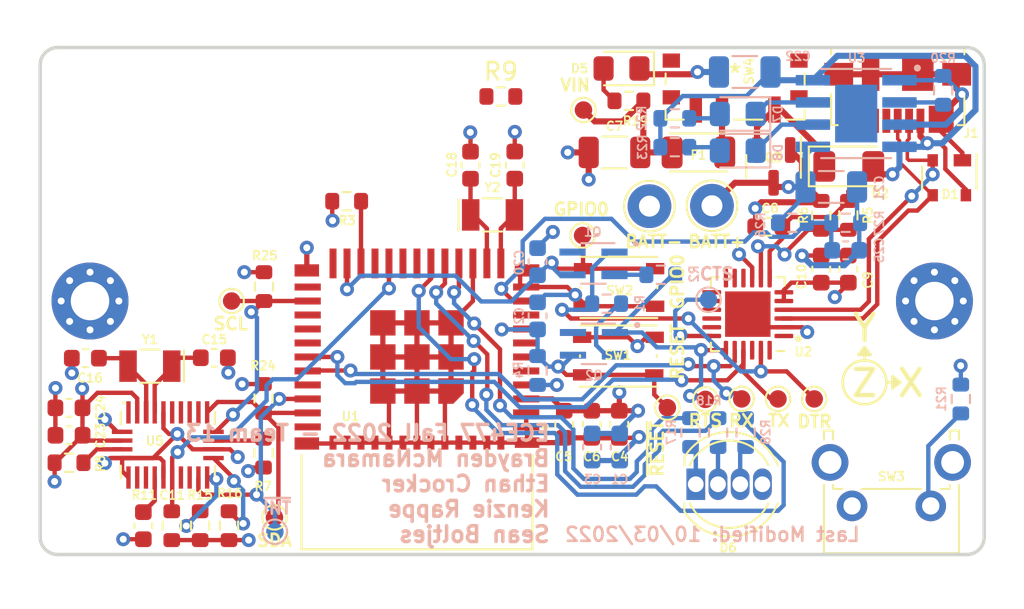
<source format=kicad_pcb>
(kicad_pcb (version 20211014) (generator pcbnew)
  (layers (0 "F.Cu" signal) (1 "In1.Cu" power) (2 "In2.Cu" power) (31 "B.Cu" signal) (34 "B.Paste" user) (35 "F.Paste" user) (36 "B.SilkS" user "B.Silkscreen") (37 "F.SilkS" user "F.Silkscreen") (38 "B.Mask" user) (39 "F.Mask" user) (44 "Edge.Cuts" user))
  (net 0 "")
  (net 1 "GND")
  (net 2 "USB_D+")
  (net 3 "USB_D-")
  (net 4 "+5V")
  (net 5 "Net-(D2-Pad1)")
  (net 7 "Net-(Q1-Pad2)")
  (net 8 "GPIO0")
  (net 9 "Net-(Q2-Pad2)")
  (net 10 "~{RESET}")
  (net 11 "+BATT")
  (net 12 "Net-(C11-Pad1)")
  (net 13 "Net-(C15-Pad1)")
  (net 15 "Net-(R5-Pad2)")
  (net 26 "Vin")
  (net 27 "Net-(C16-Pad1)")
  (net 28 "XTAL_1")
  (net 29 "XTAL_0")
  (net 30 "+3.3V")
  (net 31 "Net-(D5-Pad2)")
  (net 32 "RGB_RED")
  (net 33 "RGB_GREEN")
  (net 34 "RGB_BLUE")
  (net 35 "Net-(D7-Pad2)")
  (net 36 "~{CHRG}")
  (net 37 "Net-(D8-Pad2)")
  (net 38 "~{STDBY}")
  (net 39 "Net-(R3-Pad2)")
  (net 40 "Net-(R7-Pad2)")
  (net 41 "Net-(R8-Pad2)")
  (net 42 "~{BNO_RST}")
  (net 43 "Net-(R15-Pad2)")
  (net 44 "Net-(R16-Pad2)")
  (net 45 "Net-(D6-Pad1)")
  (net 46 "Net-(R20-Pad2)")
  (net 47 "SESSION_BUTTON")
  (net 48 "I2C_SDA")
  (net 49 "I2C_SCL")
  (net 50 "Net-(D6-Pad2)")
  (net 51 "Net-(D6-Pad3)")
  (net 52 "PROG_DTR")
  (net 53 "BNO_INTERRUPT")
  (net 58 "BATT_READ")
  (net 59 "PROG_RTS")
  (net 61 "PROG_TX")
  (net 67 "PROG_RX")
  (net 68 "PROG_CTS")
  (net 71 "Net-(F1-Pad1)")
  (net 76 "Net-(U4-Pad8)")
  (footprint "Button_Switch_THT:SW_Tactile_SPST_Angled_PTS645Vx58-2LFS" (layer "F.Cu") (at 242.59 117.42 180)
    (fp_text reference "SW3")
    (fp_text value "SW_Push")
  )
  (footprint "Resistor_SMD:R_0603_1608Metric" (layer "F.Cu") (at 218 94)
    (fp_text reference "R9")
    (fp_text value "100k")
  )
  (footprint "Resistor_SMD:R_0603_1608Metric" (layer "F.Cu") (at 236.325 100.8 90)
    (fp_text reference "R6")
    (fp_text value "47k")
  )
  (footprint "LED_THT:LED_D5.0mm-4_RGB" (layer "F.Cu") (at 229.15 116.18)
    (fp_text reference "D6")
    (fp_text value "LED_RGB")
  )
  (footprint "Capacitor_SMD:C_1206_3216Metric" (layer "F.Cu") (at 224.5 97.2)
    (fp_text reference "C7")
    (fp_text value "10uF")
  )
  (footprint "Capacitor_SMD:C_0603_1608Metric" (layer "F.Cu") (at 233.325 101.45)
    (fp_text reference "C8")
    (fp_text value "100nF")
  )
  (footprint "Capacitor_SMD:C_0603_1608Metric" (layer "F.Cu") (at 193.3 113.38)
    (fp_text reference "C23")
    (fp_text value "100nF")
  )
  (footprint "Package_DFN_QFN:QFN-24-1EP_4x4mm_P0.5mm_EP2.6x2.6mm" (layer "F.Cu") (at 232.125 106.45 180)
    (fp_text reference "U2")
    (fp_text value "CP2102N-Axx-xQFN24")
  )
  (footprint "LED_SMD:LED_0805_2012Metric_Pad1.15x1.40mm_HandSolder" (layer "F.Cu") (at 224.9 92.4 180)
    (fp_text reference "D5")
    (fp_text value "PowerLed")
  )
  (footprint "Resistor_SMD:R_0603_1608Metric" (layer "F.Cu") (at 204.45 104.875 -90)
    (fp_text reference "R25")
    (fp_text value "3.3k")
  )
  (footprint "Connector_USB:USB_Micro-B_Molex_47346-0001" (layer "F.Cu") (at 240.7 93.93 180)
    (fp_text reference "J1")
    (fp_text value "USB_B_Micro")
  )
  (footprint "Capacitor_SMD:C_0603_1608Metric" (layer "F.Cu") (at 224.775 112.75 -90)
    (fp_text reference "C4")
    (fp_text value "1uF")
  )
  (footprint "Resistor_SMD:R_0603_1608Metric" (layer "F.Cu") (at 237.875 100.8 -90)
    (fp_text reference "R5")
    (fp_text value "22k")
  )
  (footprint "Resistor_SMD:R_0603_1608Metric" (layer "F.Cu") (at 209.18 99.99)
    (fp_text reference "R3")
    (fp_text value "10k")
  )
  (footprint "Crystal:Crystal_SMD_EuroQuartz_EQ161-2Pin_3.2x1.5mm" (layer "F.Cu") (at 197.925 109.425 180)
    (fp_text reference "Y1")
    (fp_text value "32.768 kHz")
  )
  (footprint "Resistor_SMD:R_0603_1608Metric" (layer "F.Cu") (at 204.425 111.275 -90)
    (fp_text reference "R24")
    (fp_text value "3.3k")
  )
  (footprint "Capacitor_SMD:C_0603_1608Metric" (layer "F.Cu") (at 237.875 103.875 90)
    (fp_text reference "C9")
    (fp_text value "1uF")
  )
  (footprint "TestPoint:TestPoint_Pad_D1.0mm" (layer "F.Cu") (at 205.05 118.075)
    (fp_text reference "TP13")
    (fp_text value "SDA_TP")
  )
  (footprint "0ZCJ0050FF2G:RESC3216X125N" (layer "F.Cu") (at 229.3 97.2 180)
    (fp_text reference "F1")
    (fp_text value "500mA")
  )
  (footprint "BNO080:IC_BNO080" (layer "F.Cu") (at 198.95 113.9325)
    (fp_text reference "U5")
    (fp_text value "BNO080")
  )
  (footprint "TestPoint:TestPoint_Pad_D1.0mm" (layer "F.Cu") (at 229.7 111.325)
    (fp_text reference "TP6")
    (fp_text value "RTS_TP")
  )
  (footprint "MountingHole:MountingHole_2.2mm_M2_Pad_Via" (layer "F.Cu") (at 242.8 105.7)
    (fp_text reference "H1")
    (fp_text value "MountingHole")
  )
  (footprint "footprints:CUS-12TB" (layer "F.Cu") (at 231.4 92.696501 180)
    (fp_text reference "SW4")
    (fp_text value "ON/OFF")
  )
  (footprint "TestPoint:TestPoint_Pad_D1.0mm" (layer "F.Cu") (at 231.775 111.3)
    (fp_text reference "TP5")
    (fp_text value "RX_TP")
  )
  (footprint "Resistor_SMD:R_0603_1608Metric" (layer "F.Cu") (at 225.325 94.25 180)
    (fp_text reference "R19")
    (fp_text value "470")
  )
  (footprint "Capacitor_SMD:C_0603_1608Metric" (layer "F.Cu") (at 193.295 111.81)
    (fp_text reference "C24")
    (fp_text value "100nF")
  )
  (footprint "Resistor_SMD:R_0603_1608Metric" (layer "F.Cu") (at 193.3 114.95)
    (fp_text reference "R8")
    (fp_text value "10k")
  )
  (footprint "Crystal:Crystal_SMD_EuroQuartz_EQ161-2Pin_3.2x1.5mm" (layer "F.Cu") (at 217.525 100.775)
    (fp_text reference "Y2")
    (fp_text value "32.768 kHz")
  )
  (footprint "Resistor_SMD:R_0603_1608Metric" (layer "F.Cu") (at 200.8 118.55 90)
    (fp_text reference "R15")
    (fp_text value "3.3k")
  )
  (footprint "MountingHole:MountingHole_2.2mm_M2_Pad_Via" (layer "F.Cu") (at 194.5 105.7)
    (fp_text reference "H2")
    (fp_text value "MountingHole")
  )
  (footprint "TestPoint:TestPoint_Pad_D1.0mm" (layer "F.Cu") (at 202.6 105.7)
    (fp_text reference "TP14")
    (fp_text value "SCL_TP")
  )
  (footprint "Capacitor_SMD:C_0603_1608Metric" (layer "F.Cu") (at 201.61 108.945)
    (fp_text reference "C15")
    (fp_text value "22pf")
  )
  (footprint "Package_TO_SOT_SMD:SOT-143" (layer "F.Cu") (at 243.65 98.65 -90)
    (fp_text reference "D1")
    (fp_text value "PRTR5V0U2X")
  )
  (footprint "ESP32:MODULE_ESP32-PICO-MINI-02" (layer "F.Cu") (at 213.2 108.9 180)
    (fp_text reference "U1")
    (fp_text value "ESP32-PICO-MINI-02")
  )
  (footprint "TestPoint:TestPoint_Pad_D1.0mm" (layer "F.Cu") (at 227.525 111.8)
    (fp_text reference "TP11")
    (fp_text value "~{RESET}_TP")
  )
  (footprint "TestPoint:TestPoint_Pad_D1.0mm" (layer "F.Cu") (at 222.725 94.775)
    (fp_text reference "TP3")
    (fp_text value "InputVoltage_TP")
  )
  (footprint "Capacitor_SMD:C_0603_1608Metric" (layer "F.Cu") (at 216.265 97.93 90)
    (fp_text reference "C18")
    (fp_text value "12pf")
  )
  (footprint "Capacitor_SMD:C_0603_1608Metric" (layer "F.Cu") (at 218.795 97.925 90)
    (fp_text reference "C19")
    (fp_text value "12pf")
  )
  (footprint "Resistor_SMD:R_0603_1608Metric" (layer "F.Cu") (at 199.175 118.55 90)
    (fp_text reference "R11")
    (fp_text value "10k")
  )
  (footprint "Package_TO_SOT_SMD:SOT-23" (layer "F.Cu") (at 233.6 98 -90)
    (fp_text reference "Q3")
    (fp_text value "AO3401A")
  )
  (footprint "Capacitor_SMD:C_0603_1608Metric" (layer "F.Cu") (at 236.325 103.875 90)
    (fp_text reference "C10")
    (fp_text value "100nF")
  )
  (footprint "Capacitor_SMD:C_0603_1608Metric" (layer "F.Cu") (at 197.55 118.55 -90)
    (fp_text reference "C11")
    (fp_text value "100nF")
  )
  (footprint "Capacitor_SMD:C_0603_1608Metric" (layer "F.Cu") (at 221.625 112.75 -90)
    (fp_text reference "C5")
    (fp_text value "100nF")
  )
  (footprint "Resistor_SMD:R_0603_1608Metric" (layer "F.Cu") (at 204.425 114.4 90)
    (fp_text reference "R7")
    (fp_text value "10k")
  )
  (footprint "Diode_SMD:D_1206_3216Metric" (layer "F.Cu") (at 237.9 98)
    (fp_text reference "D2")
    (fp_text value "1N4148")
  )
  (footprint "TestPoint:TestPoint_Pad_D1.0mm" (layer "F.Cu") (at 235.925 111.3)
    (fp_text reference "TP8")
    (fp_text value "DTR_TP")
  )
  (footprint "Capacitor_SMD:C_0603_1608Metric" (layer "F.Cu") (at 194.235 108.97 180)
    (fp_text reference "C16")
    (fp_text value "22pf")
  )
  (footprint "TestPoint:TestPoint_THTPad_D2.5mm_Drill1.2mm" (layer "F.Cu") (at 230.075 100.25)
    (fp_text reference "TP10")
    (fp_text value "BatteryPlusPad")
  )
  (footprint "Button_Switch_SMD:SW_Push_1P1T_NO_Vertical_Wuerth_434133025816" (layer "F.Cu") (at 224.75 104.925 180)
    (fp_text reference "SW2")
    (fp_text value "SW_Push")
  )
  (footprint "Button_Switch_SMD:SW_Push_1P1T_NO_Vertical_Wuerth_434133025816" (layer "F.Cu") (at 224.725 108.85)
    (fp_text reference "SW1")
    (fp_text value "SW_Push")
  )
  (footprint "Capacitor_SMD:C_0603_1608Metric" (layer "F.Cu") (at 223.2 112.75 -90)
    (fp_text reference "C6")
    (fp_text value "100nF")
  )
  (footprint "Resistor_SMD:R_0603_1608Metric" (layer "F.Cu") (at 202.45 118.55 90)
    (fp_text reference "R16")
    (fp_text value "3.3k")
  )
  (footprint "TestPoint:TestPoint_Pad_D1.0mm" (layer "F.Cu") (at 222.675 101.95)
    (fp_text reference "TP12")
    (fp_text value "GPIO0_TP")
  )
  (footprint "TestPoint:TestPoint_Pad_D1.0mm" (layer "F.Cu") (at 233.85 111.3)
    (fp_text reference "TP4")
    (fp_text value "TX_TP")
  )
  (footprint "TestPoint:TestPoint_THTPad_D2.5mm_Drill1.2mm" (layer "F.Cu") (at 226.5 100.275)
    (fp_text reference "TP9")
    (fp_text value "BatteryMinusPad")
  )
  (footprint "Capacitor_SMD:C_1206_3216Metric" (layer "B.Cu") (at 236.9 99.175)
    (fp_text reference "C21")
    (fp_text value "10uF")
  )
  (footprint "TP4056:SOP127P600X175-9N" (layer "B.Cu") (at 238.325 94.975 180)
    (fp_text reference "U3")
    (fp_text value "TP4056")
  )
  (footprint "Capacitor_SMD:C_0603_1608Metric" (layer "B.Cu") (at 223.22 114.05 -90)
    (fp_text reference "C3")
    (fp_text value "10uF")
  )
  (footprint "Package_TO_SOT_SMD:SC-82AA_Handsoldering" (layer "B.Cu") (at 223.325 108.15 180)
    (fp_text reference "Q2")
    (fp_text value "PJA3428")
  )
  (footprint "Resistor_SMD:R_0603_1608Metric" (layer "B.Cu") (at 237.725 101.225)
    (fp_text reference "R27")
    (fp_text value "27k")
  )
  (footprint "Resistor_SMD:R_0603_1608Metric" (layer "B.Cu") (at 243.3 93.65 -90)
    (fp_text reference "R20")
    (fp_text value "2k")
  )
  (footprint "LED_SMD:LED_0805_2012Metric_Pad1.15x1.40mm_HandSolder" (layer "B.Cu") (at 231.55 97.1 180)
    (fp_text reference "D8")
    (fp_text value "Green")
  )
  (footprint "Resistor_SMD:R_0603_1608Metric" (layer "B.Cu") (at 230.425 113.225 90)
    (fp_text reference "R18")
    (fp_text value "470")
  )
  (footprint "Resistor_SMD:R_0603_1608Metric" (layer "B.Cu") (at 234.675 101.225)
    (fp_text reference "R26")
    (fp_text value "9.1k")
  )
  (footprint "Resistor_SMD:R_0603_1608Metric" (layer "B.Cu") (at 227.15 104.2 180)
    (fp_text reference "R2")
    (fp_text value "10k")
  )
  (footprint "Capacitor_SMD:C_1206_3216Metric" (layer "B.Cu") (at 231.95 92.6)
    (fp_text reference "C22")
    (fp_text value "10uF")
  )
  (footprint "Capacitor_SMD:C_0603_1608Metric" (layer "B.Cu") (at 237.725 102.8)
    (fp_text reference "C25")
    (fp_text value "10uF")
  )
  (footprint "LED_SMD:LED_0805_2012Metric_Pad1.15x1.40mm_HandSolder" (layer "B.Cu") (at 231.55 95 180)
    (fp_text reference "D7")
    (fp_text value "Red")
  )
  (footprint "Capacitor_SMD:C_0603_1608Metric" (layer "B.Cu") (at 220.1 106.55 90)
    (fp_text reference "C2")
    (fp_text value "1uF")
  )
  (footprint "Resistor_SMD:R_0603_1608Metric" (layer "B.Cu") (at 220.1 109.675 90)
    (fp_text reference "R4")
    (fp_text value "10k")
  )
  (footprint "TestPoint:TestPoint_Pad_D1.0mm" (layer "B.Cu") (at 205.075 118.9 180)
    (fp_text reference "TP15")
    (fp_text value "INT_TP")
  )
  (footprint "TestPoint:TestPoint_Pad_D1.0mm" (layer "B.Cu") (at 229.875 105.625 180)
    (fp_text reference "TP7")
    (fp_text value "CTS_TP")
  )
  (footprint "Resistor_SMD:R_0603_1608Metric" (layer "B.Cu") (at 244.31 111.305 -90)
    (fp_text reference "R21")
    (fp_text value "10k")
  )
  (footprint "Package_TO_SOT_SMD:SC-82AA_Handsoldering" (layer "B.Cu") (at 223.3 103.55 180)
    (fp_text reference "Q1")
    (fp_text value "PJA3428")
  )
  (footprint "Resistor_SMD:R_0603_1608Metric" (layer "B.Cu") (at 227.95 95.25)
    (fp_text reference "R22")
    (fp_text value "470")
  )
  (footprint "Capacitor_SMD:C_0603_1608Metric" (layer "B.Cu") (at 220.1 103.45 90)
    (fp_text reference "C20")
    (fp_text value "100nF")
  )
  (footprint "Resistor_SMD:R_0603_1608Metric" (layer "B.Cu") (at 228.85 113.225 90)
    (fp_text reference "R17")
    (fp_text value "470")
  )
  (footprint "Resistor_SMD:R_0603_1608Metric" (layer "B.Cu") (at 227.95 96.9)
    (fp_text reference "R23")
    (fp_text value "470")
  )
  (footprint "Resistor_SMD:R_0603_1608Metric" (layer "B.Cu") (at 224.05 105.85)
    (fp_text reference "R1")
    (fp_text value "10k")
  )
  (footprint "Resistor_SMD:R_0603_1608Metric" (layer "B.Cu") (at 232 113.225 90)
    (fp_text reference "R28")
    (fp_text value "470")
  )
  (footprint "Capacitor_SMD:C_0603_1608Metric" (layer "B.Cu") (at 224.8 114.05 -90)
    (fp_text reference "C1")
    (fp_text value "10uF")
  )
  (gr_circle (center 225.725 102.425) (end 225.775 102.5) (layer "B.SilkS") (width 0.15) (fill none))
  (gr_circle (center 225.8 107.075) (end 225.9 107.1) (layer "B.SilkS") (width 0.15) (fill none))
  (gr_line (start 240.853993 110.35) (end 240.403993 110) (layer "F.SilkS") (width 0.15))
  (gr_line (start 238.603993 108.725) (end 238.803993 108.55) (layer "F.SilkS") (width 0.15))
  (gr_circle (center 238.803993 110.35) (end 239.303993 111.5) (layer "F.SilkS") (width 0.15) (fill none))
  (gr_line (start 238.803993 108.775) (end 238.803993 108.325) (layer "F.SilkS") (width 0.15))
  (gr_line (start 240.603993 110.45) (end 240.453993 110.5) (layer "F.SilkS") (width 0.15))
  (gr_line (start 240.403993 110.05) (end 240.403993 110) (layer "F.SilkS") (width 0.15))
  (gr_line (start 240.453993 110.5) (end 240.628993 110.35) (layer "F.SilkS") (width 0.15))
  (gr_circle (center 235.025 107.85) (end 235.125 107.9) (layer "F.SilkS") (width 0.15) (fill none))
  (gr_line (start 238.953993 108.725) (end 238.803993 108.55) (layer "F.SilkS") (width 0.15))
  (gr_line (start 240.082986 110.35) (end 240.378993 110.35) (layer "F.SilkS") (width 0.15))
  (gr_line (start 240.403993 110.35) (end 240.403993 110.7) (layer "F.SilkS") (width 0.15))
  (gr_line (start 238.503993 108.775) (end 238.453993 108.775) (layer "F.SilkS") (width 0.15))
  (gr_line (start 240.453993 110.15) (end 240.628993 110.35) (layer "F.SilkS") (width 0.15))
  (gr_line (start 238.903993 108.575) (end 238.953993 108.725) (layer "F.SilkS") (width 0.15))
  (gr_line (start 240.403993 110.35) (end 240.853993 110.35) (layer "F.SilkS") (width 0.15))
  (gr_line (start 240.403993 110.7) (end 240.403993 110.05) (layer "F.SilkS") (width 0.15))
  (gr_line (start 240.853993 110.35) (end 240.403993 110.7) (layer "F.SilkS") (width 0.15))
  (gr_line (start 238.803993 108.325) (end 239.153993 108.775) (layer "F.SilkS") (width 0.15))
  (gr_line (start 238.803993 108.775) (end 239.153993 108.775) (layer "F.SilkS") (width 0.15))
  (gr_line (start 238.803993 109.096007) (end 238.803993 108.8) (layer "F.SilkS") (width 0.15))
  (gr_line (start 238.803993 108.325) (end 238.453993 108.775) (layer "F.SilkS") (width 0.15))
  (gr_line (start 239.153993 108.775) (end 238.503993 108.775) (layer "F.SilkS") (width 0.15))
  (gr_line (start 245.649999 119.199999) (end 245.65 92.16) (layer "Edge.Cuts") (width 0.2))
  (gr_arc (start 245.649999 119.199999) (mid 245.357106 119.907106) (end 244.649999 120.199999) (layer "Edge.Cuts") (width 0.2))
  (gr_arc (start 191.65 92.2) (mid 191.942893 91.492893) (end 192.65 91.2) (layer "Edge.Cuts") (width 0.2))
  (gr_line (start 192.65 120.2) (end 244.649999 120.199999) (layer "Edge.Cuts") (width 0.2))
  (gr_arc (start 244.65 91.2) (mid 245.343109 91.478845) (end 245.65 92.16) (layer "Edge.Cuts") (width 0.2))
  (gr_arc (start 192.65 120.2) (mid 191.942893 119.907107) (end 191.65 119.2) (layer "Edge.Cuts") (width 0.2))
  (gr_line (start 244.65 91.2) (end 192.65 91.2) (layer "Edge.Cuts") (width 0.2))
  (gr_line (start 191.65 92.2) (end 191.65 119.2) (layer "Edge.Cuts") (width 0.2))
  (gr_text "ECE477 Fall 2022 - Team 13\nBrayden McNamara\nEthan Crocker\nKenzie Rappe\nSean Boltjes" (at 220.9 116.15) (layer "B.SilkS") (effects (font (size 0.9 0.9) (thickness 0.2)) (justify left mirror)))
  (gr_text "~{INT}" (at 205.2 117.55) (layer "B.SilkS") (effects (font (size 0.7 0.7))))
  (gr_text "CTS\n" (at 230.35 104.15) (layer "B.SilkS") (effects (font (size 0.7 0.7))))
  (gr_text "Last Modified: 10/03/2022" (at 230.1 119.05) (layer "B.SilkS") (effects (font (size 0.8 0.8)) (justify mirror)))
  (gr_text "SCL\n" (at 202.55 107) (layer "F.SilkS") (effects (font (size 0.7 0.7))))
  (gr_text "SDA\n" (at 205.05 119.4) (layer "F.SilkS") (effects (font (size 0.7 0.7))))
  (gr_text "VIN" (at 222.25 93.35) (layer "F.SilkS") (effects (font (size 0.7 0.7))))
  (gr_text "RESET" (at 228.1 108.6 90) (layer "F.SilkS") (effects (font (size 0.7 0.7))))
  (gr_text "RX" (at 231.75 112.55) (layer "F.SilkS") (effects (font (size 0.7 0.7))))
  (gr_text "Z" (at 238.803993 110.4) (layer "F.SilkS") (effects (font (size 1.5 1.5) (thickness 0.25))))
  (gr_text "TX\n" (at 233.9 112.55) (layer "F.SilkS") (effects (font (size 0.7 0.7))))
  (gr_text "BATT-\n" (at 226.75 102.3) (layer "F.SilkS") (effects (font (size 0.7 0.7))))
  (gr_text "Y\n" (at 238.803993 107.25) (layer "F.SilkS") (effects (font (size 1.5 1.5) (thickness 0.25))))
  (gr_text "X" (at 241.453993 110.4) (layer "F.SilkS") (effects (font (size 1.5 1.5) (thickness 0.25))))
  (gr_text "GPIO0" (at 222.6 100.45) (layer "F.SilkS") (effects (font (size 0.7 0.7))))
  (gr_text "~{RESET}\n" (at 226.95 114.15 90) (layer "F.SilkS") (effects (font (size 0.7 0.7))))
  (gr_text "RTS\n" (at 229.7 112.55) (layer "F.SilkS") (effects (font (size 0.7 0.7))))
  (gr_text "DTR\n" (at 235.95 112.6) (layer "F.SilkS") (effects (font (size 0.7 0.7))))
  (gr_text "GPIO0" (at 228.1 104.6 90) (layer "F.SilkS") (effects (font (size 0.7 0.7))))
  (gr_text "BATT+\n" (at 230.35 102.3) (layer "F.SilkS") (effects (font (size 0.7 0.7))))
  (segment (start 218.795 97.15) (end 218.795 96.03) (width 0.25) (layer "F.Cu") (net 1))
  (segment (start 216.4 113.8) (end 215.6 113.8) (width 0.25) (layer "F.Cu") (net 1))
  (segment (start 192.52 111.81) (end 192.52 113.375) (width 0.25) (layer "F.Cu") (net 1))
  (segment (start 219.5 113.8) (end 218 113.8) (width 0.25) (layer "F.Cu") (net 1))
  (segment (start 236.25 100.05) (end 232.9 100.05) (width 0.35) (layer "F.Cu") (net 1))
  (segment (start 234.0625 107.2) (end 232.875 107.2) (width 0.25) (layer "F.Cu") (net 1))
  (segment (start 213.2 108.9) (end 213.2 110.85) (width 0.3) (layer "F.Cu") (net 1))
  (segment (start 236.325 103.1) (end 235.225 103.1) (width 0.25) (layer "F.Cu") (net 1))
  (segment (start 215.15 110.85) (end 215.15 108.9) (width 0.3) (layer "F.Cu") (net 1))
  (segment (start 234.1875 107.2) (end 235.25 107.2) (width 0.25) (layer "F.Cu") (net 1))
  (segment (start 195.6425 114.6825) (end 195.35 114.975) (width 0.25) (layer "F.Cu") (net 1))
  (segment (start 215.15 106.95) (end 215.15 108.9) (width 0.3) (layer "F.Cu") (net 1))
  (segment (start 210.8 113.8) (end 211.6 113.8) (width 0.25) (layer "F.Cu") (net 1))
  (segment (start 218 113.8) (end 217.2 113.8) (width 0.25) (layer "F.Cu") (net 1))
  (segment (start 239.15 92.73) (end 241.85 92.73) (width 0.35) (layer "F.Cu") (net 1))
  (segment (start 209.2 113.8) (end 210 113.8) (width 0.25) (layer "F.Cu") (net 1))
  (segment (start 208.355 101.08) (end 208.375 101.1) (width 0.25) (layer "F.Cu") (net 1))
  (segment (start 219.1 104.9) (end 219.1 104) (width 0.25) (layer "F.Cu") (net 1))
  (segment (start 235.225 98.875) (end 236.325 99.975) (width 0.35) (layer "F.Cu") (net 1))
  (segment (start 196.0575 113.1825) (end 195.35 112.475) (width 0.25) (layer "F.Cu") (net 1))
  (segment (start 229.120199 92.729801) (end 226.254801 92.729801) (width 0.35) (layer "F.Cu") (net 1))
  (segment (start 200.374046 114.1825) (end 199.4929 113.301354) (width 0.25) (layer "F.Cu") (net 1))
  (segment (start 219.45 112.1) (end 219.45 112.9) (width 0.25) (layer "F.Cu") (net 1))
  (segment (start 219.1 104) (end 219.15 103.95) (width 0.25) (layer "F.Cu") (net 1))
  (segment (start 226.254801 92.729801) (end 225.925 92.4) (width 0.35) (layer "F.Cu") (net 1))
  (segment (start 222.65 107.775) (end 225.304316 107.775) (width 0.25) (layer "F.Cu") (net 1))
  (segment (start 239.4 95.39) (end 238.2975 95.39) (width 0.35) (layer "F.Cu") (net 1))
  (segment (start 210 113.8) (end 210.8 113.8) (width 0.25) (layer "F.Cu") (net 1))
  (segment (start 196.3375 114.6825) (end 196.3375 115.4325) (width 0.25) (layer "F.Cu") (net 1))
  (segment (start 201.5625 114.1825) (end 200.374046 114.1825) (width 0.25) (layer "F.Cu") (net 1))
  (segment (start 214.8 111.2) (end 215.15 110.85) (width 0.25) (layer "F.Cu") (net 1))
  (segment (start 225.851631 113.525) (end 225.9005 113.476131) (width 0.25) (layer "F.Cu") (net 1))
  (segment (start 201.5625 114.1825) (end 202.5075 114.1825) (width 0.25) (layer "F.Cu") (net 1))
  (segment (start 193.46 108.97) (end 193.46 109.82) (width 0.25) (layer "F.Cu") (net 1))
  (segment (start 216.4 103.55) (end 216.4 105.7) (width 0.25) (layer "F.Cu") (net 1))
  (segment (start 215.6 113.8) (end 214.8 113.8) (width 0.25) (layer "F.Cu") (net 1))
  (segment (start 237.325 92.73) (end 239.15 92.73) (width 0.35) (layer "F.Cu") (net 1))
  (segment (start 196.3375 113.1825) (end 196.0575 113.1825) (width 0.25) (layer "F.Cu") (net 1))
  (segment (start 224.775 113.525) (end 225.851631 113.525) (width 0.25) (layer "F.Cu") (net 1))
  (segment (start 214.8 113.8) (end 214.8 111.2) (width 0.25) (layer "F.Cu") (net 1))
  (segment (start 216.4 105.7) (end 215.15 106.95) (width 0.25) (layer "F.Cu") (net 1))
  (segment (start 208.35 113.85) (end 208.4 113.8) (width 0.25) (layer "F.Cu") (net 1))
  (segment (start 237.325 94.4175) (end 238.2125 95.305) (width 0.35) (layer "F.Cu") (net 1))
  (segment (start 244.4 97.225) (end 244.4 97.65) (width 0.25) (layer "F.Cu") (net 1))
  (segment (start 198.111754 114.6825) (end 196.3375 114.6825) (width 0.25) (layer "F.Cu") (net 1))
  (segment (start 222.675 106) (end 222.675 105.775) (width 0.25) (layer "F.Cu") (net 1))
  (segment (start 213.2 108.9) (end 211.25 108.9) (width 0.3) (layer "F.Cu") (net 1))
  (segment (start 244.075 92.73) (end 241.85 92.73) (width 0.35) (layer "F.Cu") (net 1))
  (segment (start 219.5 113.8) (end 219.5 112.95) (width 0.25) (layer "F.Cu") (net 1))
  (segment (start 211.6 113.8) (end 211.6 111.2) (width 0.25) (layer "F.Cu") (net 1))
  (segment (start 202.385 109.77) (end 202.41 109.795) (width 0.25) (layer "F.Cu") (net 1))
  (segment (start 216.265 97.155) (end 216.265 96.065) (width 0.25) (layer "F.Cu") (net 1))
  (segment (start 244.075 93.5745) (end 244.3755 93.875) (width 0.35) (layer "F.Cu") (net 1))
  (segment (start 211.25 110.85) (end 213.2 110.85) (width 0.3) (layer "F.Cu") (net 1))
  (segment (start 208.355 99.99) (end 208.355 101.08) (width 0.25) (layer "F.Cu") (net 1))
  (segment (start 215.15 108.9) (end 213.2 108.9) (width 0.3) (layer "F.Cu") (net 1))
  (segment (start 211.25 108.9) (end 211.25 110.85) (width 0.3) (layer "F.Cu") (net 1))
  (segment (start 219.5 112.95) (end 219.45 112.9) (width 0.25) (layer "F.Cu") (net 1))
  (segment (start 202.5075 114.1825) (end 202.95 114.625) (width 0.25) (layer "F.Cu") (net 1))
  (segment (start 232.875 107.2) (end 232.125 106.45) (width 0.25) (layer "F.Cu") (net 1))
  (segment (start 213.2 113.8) (end 213.2 110.85) (width 0.25) (layer "F.Cu") (net 1))
  (segment (start 217.2 113.8) (end 216.4 113.8) (width 0.25) (layer "F.Cu") (net 1))
  (segment (start 197.55 119.325) (end 196.4 119.325) (width 0.25) (layer "F.Cu") (net 1))
  (segment (start 198.5 114.6825) (end 198.7 114.8825) (width 0.25) (layer "F.Cu") (net 1))
  (segment (start 221.8 104.9) (end 222.25 105.35) (width 0.25) (layer "F.Cu") (net 1))
  (segment (start 213.2 108.9) (end 213.2 106.95) (width 0.3) (layer "F.Cu") (net 1))
  (segment (start 232.9 100.05) (end 232.55 100.4) (width 0.35) (layer "F.Cu") (net 1))
  (segment (start 229.25 92.6) (end 229.120199 92.729801) (width 0.35) (layer "F.Cu") (net 1))
  (segment (start 213.2 110.85) (end 215.15 110.85) (width 0.3) (layer "F.Cu") (net 1))
  (segment (start 243.1875 96.0125) (end 244.4 97.225) (width 0.25) (layer "F.Cu") (net 1))
  (segment (start 196.3375 115.4325) (end 196.7 115.795) (width 0.25) (layer "F.Cu") (net 1))
  (segment (start 196.3375 114.6825) (end 195.6425 114.6825) (width 0.25) (layer "F.Cu") (net 1))
  (segment (start 226.8 107.775) (end 226.318106 107.775) (width 0.25) (layer "F.Cu") (net 1))
  (segment (start 243.1875 95.305) (end 243.1875 96.0125) (width 0.25) (layer "F.Cu") (net 1))
  (segment (start 206.9 103.95) (end 206.9 102.65) (width 0.3) (layer "F.Cu") (net 1))
  (segment (start 213.2 113.8) (end 214 113.8) (width 0.25) (layer "F.Cu") (net 1))
  (segment (start 211.25 106.95) (end 211.25 108.9) (width 0.3) (layer "F.Cu") (net 1))
  (segment (start 226.318106 107.775) (end 225.811211 108.281895) (width 0.25) (layer "F.Cu") (net 1))
  (segment (start 206.9 113.85) (end 208.35 113.85) (width 0.25) (layer "F.Cu") (net 1))
  (segment (start 219.5 113.8) (end 221.35 113.8) (width 0.3) (layer "F.Cu") (net 1))
  (segment (start 225.304316 107.775) (end 225.811211 108.281895) (width 0.25) (layer "F.Cu") (net 1))
  (segment (start 199.4929 113.301354) (end 198.111754 114.6825) (width 0.25) (layer "F.Cu") (net 1))
  (segment (start 213.2 113.8) (end 212.4 113.8) (width 0.25) (layer "F.Cu") (net 1))
  (segment (start 221.35 113.8) (end 221.625 113.525) (width 0.3) (layer "F.Cu") (net 1))
  (segment (start 216.265 96.065) (end 216.25 96.05) (width 0.25) (layer "F.Cu") (net 1))
  (segment (start 211.25 106.95) (end 213.2 106.95) (width 0.3) (layer "F.Cu") (net 1))
  (segment (start 223.025 97.2) (end 223.025 98.75) (width 0.35) (layer "F.Cu") (net 1))
  (segment (start 198.7 112.9825) (end 199.018854 113.301354) (width 0.25) (layer "F.Cu") (net 1))
  (segment (start 235.225 97.7375) (end 235.225 98.875) (width 0.35) (layer "F.Cu") (net 1))
  (segment (start 196.3375 114.6825) (end 198.5 114.6825) (width 0.25) (layer "F.Cu") (net 1))
  (segment (start 213.2 106.95) (end 215.15 106.95) (width 0.3) (layer "F.Cu") (net 1))
  (segment (start 211.6 111.2) (end 211.25 110.85) (width 0.25) (layer "F.Cu") (net 1))
  (segment (start 232.55 101.45) (end 232.55 100.4) (width 0.25) (layer "F.Cu") (net 1))
  (segment (start 221.625 113.525) (end 223.2 113.525) (width 0.3) (layer "F.Cu") (net 1))
  (segment (start 237.875 103.1) (end 236.325 103.1) (width 0.25) (layer "F.Cu") (net 1))
  (segment (start 192.52 110.68) (end 192.525 110.675) (width 0.25) (layer "F.Cu") (net 1))
  (segment (start 198.7 115.795) (end 198.7 114.8825) (width 0.25) (layer "F.Cu") (net 1))
  (segment (start 236.325 99.975) (end 236.25 100.05) (width 0.35) (layer "F.Cu") (net 1))
  (segment (start 218.795 96.03) (end 218.8 96.025) (width 0.25) (layer "F.Cu") (net 1))
  (segment (start 243.1875 95.063) (end 244.3755 93.875) (width 0.35) (layer "F.Cu") (net 1))
  (segment (start 222.675 105.775) (end 222.25 105.35) (width 0.25) (layer "F.Cu") (net 1))
  (segment (start 244.075 92.73) (end 244.075 93.5745) (width 0.35) (layer "F.Cu") (net 1))
  (segment (start 214 113.8) (end 214.8 113.8) (width 0.25) (layer "F.Cu") (net 1))
  (segment (start 202.385 108.945) (end 202.385 109.77) (width 0.25) (layer "F.Cu") (net 1))
  (segment (start 243.1875 95.305) (end 243.1875 95.063) (width 0.35) (layer "F.Cu") (net 1))
  (segment (start 237.325 92.73) (end 237.325 94.4175) (width 0.35) (layer "F.Cu") (net 1))
  (segment (start 211.6 113.8) (end 212.4 113.8) (width 0.25) (layer "F.Cu") (net 1))
  (segment (start 226.825 106) (end 222.675 106) (width 0.25) (layer "F.Cu") (net 1))
  (segment (start 199.018854 113.301354) (end 199.4929 113.301354) (width 0.25) (layer "F.Cu") (net 1))
  (segment (start 223.2 113.525) (end 224.775 113.525) (width 0.3) (layer "F.Cu") (net 1))
  (segment (start 235.25 107.2) (end 235.525 107.475) (width 0.25) (layer "F.Cu") (net 1))
  (segment (start 223.025 97.2) (end 221.825 97.2) (width 0.35) (layer "F.Cu") (net 1))
  (segment (start 192.52 111.81) (end 192.52 110.68) (width 0.25) (layer "F.Cu") (net 1))
  (segment (start 219.1 104.9) (end 221.8 104.9) (width 0.25) (layer "F.Cu") (net 1))
  (segment (start 208.4 113.8) (end 209.2 113.8) (width 0.25) (layer "F.Cu") (net 1))
  (segment (start 198.7 112.07) (end 198.7 112.9825) (width 0.25) (layer "F.Cu") (net 1))
  (segment (start 238.2975 95.39) (end 238.2125 95.305) (width 0.35) (layer "F.Cu") (net 1))
  (segment (start 234.55 97.0625) (end 235.225 97.7375) (width 0.35) (layer "F.Cu") (net 1))
  (segment (start 192.52 113.375) (end 192.525 113.38) (width 0.25) (layer "F.Cu") (net 1))
  (via (at 208.375 101.1) (size 0.8) (drill 0.4) (layers "F.Cu" "B.Cu") (net 1))
  (via (at 195.35 114.975) (size 0.8) (drill 0.4) (layers "F.Cu" "B.Cu") (net 1))
  (via (at 225.811211 108.281895) (size 0.8) (drill 0.4) (layers "F.Cu" "B.Cu") (net 1))
  (via (at 206.9 102.65) (size 0.8) (drill 0.4) (layers "F.Cu" "B.Cu") (net 1))
  (via (at 221.825 97.2) (size 0.8) (drill 0.4) (layers "F.Cu" "B.Cu") (net 1))
  (via (at 202.41 109.795) (size 0.8) (drill 0.4) (layers "F.Cu" "B.Cu") (net 1))
  (via (at 222.25 105.35) (size 0.8) (drill 0.4) (layers "F.Cu" "B.Cu") (net 1))
  (via (at 235.225 103.1) (size 0.8) (drill 0.4) (layers "F.Cu" "B.Cu") (net 1))
  (via (at 220.975 101.75) (size 0.8) (drill 0.4) (layers "F.Cu" "B.Cu") (net 1))
  (via (at 202.95 114.625) (size 0.8) (drill 0.4) (layers "F.Cu" "B.Cu") (net 1))
  (via (at 225.9005 113.476131) (size 0.8) (drill 0.4) (layers "F.Cu" "B.Cu") (net 1))
  (via (at 223.025 98.75) (size 0.8) (drill 0.4) (layers "F.Cu" "B.Cu") (net 1))
  (via (at 232.55 100.4) (size 0.8) (drill 0.4) (layers "F.Cu" "B.Cu") (net 1))
  (via (at 199.4929 113.301354) (size 0.8) (drill 0.4) (layers "F.Cu" "B.Cu") (net 1))
  (via (at 195.35 112.475) (size 0.8) (drill 0.4) (layers "F.Cu" "B.Cu") (net 1))
  (via (at 229.25 92.6) (size 0.8) (drill 0.4) (layers "F.Cu" "B.Cu") (net 1))
  (via (at 218.8 96.025) (size 0.8) (drill 0.4) (layers "F.Cu" "B.Cu") (net 1))
  (via (at 196.4 119.325) (size 0.8) (drill 0.4) (layers "F.Cu" "B.Cu") (net 1))
  (via (at 216.25 96.05) (size 0.8) (drill 0.4) (layers "F.Cu" "B.Cu") (net 1))
  (via (at 192.525 110.675) (size 0.8) (drill 0.4) (layers "F.Cu" "B.Cu") (net 1))
  (via (at 244.3755 93.875) (size 0.8) (drill 0.4) (layers "F.Cu" "B.Cu") (net 1))
  (via (at 235.525 107.475) (size 0.8) (drill 0.4) (layers "F.Cu" "B.Cu") (net 1))
  (via (at 193.46 109.82) (size 0.8) (drill 0.4) (layers "F.Cu" "B.Cu") (net 1))
  (segment (start 220.525 105.35) (end 222.25 105.35) (width 0.25) (layer "B.Cu") (net 1))
  (segment (start 235.775 103.65) (end 235.225 103.1) (width 0.35) (layer "B.Cu") (net 1))
  (segment (start 220.1 105.775) (end 220.525 105.35) (width 0.25) (layer "B.Cu") (net 1))
  (segment (start 223.22 114.825) (end 224.8 114.825) (width 0.3) (layer "B.Cu") (net 1))
  (segment (start 220.1 102.675) (end 220.1 102.625) (width 0.25) (layer "B.Cu") (net 1))
  (segment (start 224.8 114.825) (end 224.8 114.576631) (width 0.3) (layer "B.Cu") (net 1))
  (segment (start 220.1 102.625) (end 220.975 101.75) (width 0.25) (layer "B.Cu") (net 1))
  (segment (start 243.055 93.07) (end 243.3 92.825) (width 0.25) (layer "B.Cu") (net 1))
  (segment (start 243.453173 95.61) (end 244.3755 94.687673) (width 0.35) (layer "B.Cu") (net 1))
  (segment (start 238.5 102.8) (end 237.65 103.65) (width 0.35) (layer "B.Cu") (net 1))
  (segment (start 230.475 92.6) (end 229.25 92.6) (width 0.35) (layer "B.Cu") (net 1))
  (segment (start 238.5 102.8) (end 238.5 101.275) (width 0.25) (layer "B.Cu") (net 1))
  (segment (start 243.3 92.825) (end 243.3255 92.825) (width 0.25) (layer "B.Cu") (net 1))
  (segment (start 238.375 101.05) (end 238.55 101.225) (width 0.25) (layer "B.Cu") (net 1))
  (segment (start 238.375 99.175) (end 238.375 101.05) (width 0.25) (layer "B.Cu") (net 1))
  (segment (start 243.3255 92.825) (end 244.3755 93.875) (width 0.25) (layer "B.Cu") (net 1))
  (segment (start 240.8 95.61) (end 243.453173 95.61) (width 0.35) (layer "B.Cu") (net 1))
  (segment (start 237.65 103.65) (end 235.775 103.65) (width 0.35) (layer "B.Cu") (net 1))
  (segment (start 244.3755 94.687673) (end 244.3755 93.875) (width 0.35) (layer "B.Cu") (net 1))
  (segment (start 224.8 114.576631) (end 225.9005 113.476131) (width 0.3) (layer "B.Cu") (net 1))
  (segment (start 238.5 101.275) (end 238.55 101.225) (width 0.25) (layer "B.Cu") (net 1))
  (segment (start 240.8 93.07) (end 243.055 93.07) (width 0.25) (layer "B.Cu") (net 1))
  (segment (start 241.311396 100.525) (end 241.825 100.525) (width 0.25) (layer "F.Cu") (net 2))
  (segment (start 234.0625 106.7) (end 238.711396 106.7) (width 0.25) (layer "F.Cu") (net 2))
  (segment (start 239.530698 102.305698) (end 241.311396 100.525) (width 0.25) (layer "F.Cu") (net 2))
  (segment (start 240.8 97.75) (end 242.7 99.65) (width 0.2) (layer "F.Cu") (net 2))
  (segment (start 240.8 96.525001) (end 240.8 97.75) (width 0.2) (layer "F.Cu") (net 2))
  (segment (start 240.7 96.425001) (end 240.8 96.525001) (width 0.2) (layer "F.Cu") (net 2))
  (segment (start 241.825 100.525) (end 242.7 99.65) (width 0.25) (layer "F.Cu") (net 2))
  (segment (start 238.711396 106.7) (end 239.530698 105.880698) (width 0.25) (layer "F.Cu") (net 2))
  (segment (start 239.530698 105.880698) (end 239.530698 102.305698) (width 0.25) (layer "F.Cu") (net 2))
  (segment (start 240.7 95.39) (end 240.7 96.425001) (width 0.2) (layer "F.Cu") (net 2))
  (segment (start 239.05 105.725) (end 238.575 106.2) (width 0.25) (layer "F.Cu") (net 3))
  (segment (start 241.25 97.563603) (end 241.336397 97.65) (width 0.2) (layer "F.Cu") (net 3))
  (segment (start 241.35 95.39) (end 241.35 96.425001) (width 0.2) (layer "F.Cu") (net 3))
  (segment (start 241.35 96.425001) (end 241.25 96.525001) (width 0.2) (layer "F.Cu") (net 3))
  (segment (start 241.25 96.525001) (end 241.25 97.563603) (width 0.2) (layer "F.Cu") (net 3))
  (segment (start 241.336397 97.65) (end 242.7 97.65) (width 0.2) (layer "F.Cu") (net 3))
  (segment (start 239.05 102.15) (end 239.05 105.725) (width 0.25) (layer "F.Cu") (net 3))
  (segment (start 241.5 99.7) (end 239.05 102.15) (width 0.25) (layer "F.Cu") (net 3))
  (segment (start 238.575 106.2) (end 234.0625 106.2) (width 0.25) (layer "F.Cu") (net 3))
  (segment (start 242.7 97.65) (end 242.7 98.45) (width 0.25) (layer "F.Cu") (net 3))
  (via (at 242.7 98.45) (size 0.8) (drill 0.4) (layers "F.Cu" "B.Cu") (net 3))
  (via (at 241.5 99.7) (size 0.8) (drill 0.4) (layers "F.Cu" "B.Cu") (net 3))
  (segment (start 242.7 98.5) (end 241.5 99.7) (width 0.25) (layer "B.Cu") (net 3))
  (segment (start 242.7 98.45) (end 242.7 98.5) (width 0.25) (layer "B.Cu") (net 3))
  (segment (start 236.95 100.9) (end 234.65 100.9) (width 0.25) (layer "F.Cu") (net 4))
  (segment (start 244.6 99.324695) (end 243.425 98.149695) (width 0.25) (layer "F.Cu") (net 4))
  (segment (start 243.124378 96.674378) (end 243.425 96.975) (width 0.25) (layer "F.Cu") (net 4))
  (segment (start 244.6 99.65) (end 244.6 99.324695) (width 0.25) (layer "F.Cu") (net 4))
  (segment (start 234.1 102.125) (end 234.1 101.45) (width 0.25) (layer "F.Cu") (net 4))
  (segment (start 234.65 100.9) (end 234.1 101.45) (width 0.25) (layer "F.Cu") (net 4))
  (segment (start 242.396792 96.674378) (end 243.124378 96.674378) (width 0.25) (layer "F.Cu") (net 4))
  (segment (start 239.3 98) (end 237.875 99.425) (width 0.25) (layer "F.Cu") (net 4))
  (segment (start 237.875 99.425) (end 237.875 99.975) (width 0.25) (layer "F.Cu") (net 4))
  (segment (start 237.875 99.975) (end 236.95 100.9) (width 0.25) (layer "F.Cu") (net 4))
  (segment (start 233.375 104.5125) (end 233.375 102.85) (width 0.25) (layer "F.Cu") (net 4))
  (segment (start 243.425 98.149695) (end 243.425 96.975) (width 0.25) (layer "F.Cu") (net 4))
  (segment (start 240.4 98.45) (end 239.75 98.45) (width 0.35) (layer "F.Cu") (net 4))
  (segment (start 242 96.277586) (end 242.396792 96.674378) (width 0.35) (layer "F.Cu") (net 4))
  (segment (start 239.75 98.45) (end 239.3 98) (width 0.35) (layer "F.Cu") (net 4))
  (segment (start 242 95.39) (end 242 96.277586) (width 0.35) (layer "F.Cu") (net 4))
  (segment (start 233.375 102.85) (end 234.1 102.125) (width 0.25) (layer "F.Cu") (net 4))
  (via (at 242.396792 96.674378) (size 0.8) (drill 0.4) (layers "F.Cu" "B.Cu") (net 4))
  (via (at 240.4 98.45) (size 0.8) (drill 0.4) (layers "F.Cu" "B.Cu") (net 4))
  (segment (start 240.8 98.05) (end 240.4 98.45) (width 0.35) (layer "B.Cu") (net 4))
  (segment (start 227.125 95.25) (end 227.125 96.9) (width 0.25) (layer "B.Cu") (net 4))
  (segment (start 244.55 91.675) (end 237.245 91.675) (width 0.35) (layer "B.Cu") (net 4))
  (segment (start 233.895 93.07) (end 233.425 92.6) (width 0.35) (layer "B.Cu") (net 4))
  (segment (start 240.8 96.88) (end 242.19117 96.88) (width 0.35) (layer "B.Cu") (net 4))
  (segment (start 242.396792 96.674378) (end 243.250622 96.674378) (width 0.35) (layer "B.Cu") (net 4))
  (segment (start 242.19117 96.88) (end 242.396792 96.674378) (width 0.35) (layer "B.Cu") (net 4))
  (segment (start 243.250622 96.674378) (end 245.15 94.775) (width 0.35) (layer "B.Cu") (net 4))
  (segment (start 237.245 91.675) (end 235.85 93.07) (width 0.35) (layer "B.Cu") (net 4))
  (segment (start 240.8 96.88) (end 240.8 98.05) (width 0.35) (layer "B.Cu") (net 4))
  (segment (start 235.85 93.07) (end 233.895 93.07) (width 0.35) (layer "B.Cu") (net 4))
  (segment (start 245.15 92.275) (end 244.55 91.675) (width 0.35) (layer "B.Cu") (net 4))
  (segment (start 233.425 92.6) (end 232.05 93.975) (width 0.25) (layer "B.Cu") (net 4))
  (segment (start 232.05 93.975) (end 228.4 93.975) (width 0.25) (layer "B.Cu") (net 4))
  (segment (start 245.15 94.775) (end 245.15 92.275) (width 0.35) (layer "B.Cu") (net 4))
  (segment (start 228.4 93.975) (end 227.125 95.25) (width 0.25) (layer "B.Cu") (net 4))
  (segment (start 232.65 95.748402) (end 233.650001 94.748401) (width 0.35) (layer "F.Cu") (net 5))
  (segment (start 236.5 98) (end 236.5 97.25) (width 0.35) (layer "F.Cu") (net 5))
  (segment (start 233.998401 94.748401) (end 233.650001 94.748401) (width 0.35) (layer "F.Cu") (net 5))
  (segment (start 236.5 97.25) (end 233.998401 94.748401) (width 0.35) (layer "F.Cu") (net 5))
  (segment (start 232.65 97.0625) (end 232.65 95.748402) (width 0.35) (layer "F.Cu") (net 5))
  (segment (start 226.325 104.2) (end 224.5 104.2) (width 0.25) (layer "B.Cu") (net 7))
  (segment (start 222.7 103.85) (end 226.825 103.85) (width 0.25) (layer "F.Cu") (net 8))
  (segment (start 222.7 103.85) (end 222.7 101.975) (width 0.25) (layer "F.Cu") (net 8))
  (segment (start 222.7 103.85) (end 221.252896 103.85) (width 0.25) (layer "F.Cu") (net 8))
  (segment (start 222.7 101.975) (end 222.675 101.95) (width 0.25) (layer "F.Cu") (net 8))
  (segment (start 209.2 105.025) (end 209.2 103.55) (width 0.25) (layer "F.Cu") (net 8))
  (segment (start 221.252896 103.85) (end 220.908982 103.506086) (width 0.25) (layer "F.Cu") (net 8))
  (via (at 209.2 105.025) (size 0.8) (drill 0.4) (layers "F.Cu" "B.Cu") (net 8))
  (via (at 220.908982 103.506086) (size 0.8) (drill 0.4) (layers "F.Cu" "B.Cu") (net 8))
  (segment (start 220.908982 103.506086) (end 220.818914 103.506086) (width 0.25) (layer "B.Cu") (net 8))
  (segment (start 221.375 104.2) (end 222.1 104.2) (width 0.25) (layer "B.Cu") (net 8))
  (segment (start 220.1 104.225) (end 218.600498 105.724502) (width 0.25) (layer "B.Cu") (net 8))
  (segment (start 218.600498 105.724502) (end 216.876702 105.724502) (width 0.25) (layer "B.Cu") (net 8))
  (segment (start 215.4022 104.25) (end 209.975 104.25) (width 0.25) (layer "B.Cu") (net 8))
  (segment (start 220.818914 103.506086) (end 220.1 104.225) (width 0.25) (layer "B.Cu") (net 8))
  (segment (start 220.908982 103.506086) (end 220.908982 103.733982) (width 0.25) (layer "B.Cu") (net 8))
  (segment (start 216.876702 105.724502) (end 215.4022 104.25) (width 0.25) (layer "B.Cu") (net 8))
  (segment (start 220.908982 103.733982) (end 221.375 104.2) (width 0.25) (layer "B.Cu") (net 8))
  (segment (start 209.975 104.25) (end 209.2 105.025) (width 0.25) (layer "B.Cu") (net 8))
  (segment (start 223.45 107.15) (end 224.75 105.85) (width 0.25) (layer "B.Cu") (net 9))
  (segment (start 224.525 108.8) (end 224.025 108.8) (width 0.25) (layer "B.Cu") (net 9))
  (segment (start 223.45 108.225) (end 223.45 107.15) (width 0.25) (layer "B.Cu") (net 9))
  (segment (start 224.75 105.85) (end 224.875 105.85) (width 0.25) (layer "B.Cu") (net 9))
  (segment (start 224.025 108.8) (end 223.45 108.225) (width 0.25) (layer "B.Cu") (net 9))
  (segment (start 222.65 109.925) (end 226.775 109.925) (width 0.25) (layer "F.Cu") (net 10))
  (segment (start 222.65 109.925) (end 221.75 109.925) (width 0.25) (layer "F.Cu") (net 10))
  (segment (start 226.775 111.05) (end 226.775 109.925) (width 0.25) (layer "F.Cu") (net 10))
  (segment (start 227.525 111.8) (end 226.775 111.05) (width 0.25) (layer "F.Cu") (net 10))
  (segment (start 218.05 107.325) (end 219.075 107.325) (width 0.25) (layer "F.Cu") (net 10))
  (segment (start 219.075 107.325) (end 219.1 107.3) (width 0.25) (layer "F.Cu") (net 10))
  (segment (start 221.75 109.925) (end 221.275 109.45) (width 0.25) (layer "F.Cu") (net 10))
  (via (at 218.05 107.325) (size 0.8) (drill 0.4) (layers "F.Cu" "B.Cu") (net 10))
  (via (at 221.275 109.45) (size 0.8) (drill 0.4) (layers "F.Cu" "B.Cu") (net 10))
  (segment (start 220.1 108.85) (end 220.1 107.325) (width 0.25) (layer "B.Cu") (net 10))
  (segment (start 220.7 109.45) (end 220.1 108.85) (width 0.25) (layer "B.Cu") (net 10))
  (segment (start 221.275 109.45) (end 221.475 109.45) (width 0.25) (layer "B.Cu") (net 10))
  (segment (start 221.475 109.45) (end 222.125 108.8) (width 0.25) (layer "B.Cu") (net 10))
  (segment (start 220.1 107.325) (end 218.05 107.325) (width 0.25) (layer "B.Cu") (net 10))
  (segment (start 221.275 109.45) (end 220.7 109.45) (width 0.25) (layer "B.Cu") (net 10))
  (segment (start 233.8375 99.175) (end 233.6 98.9375) (width 0.35) (layer "F.Cu") (net 11))
  (segment (start 234.45 99.175) (end 233.8375 99.175) (width 0.35) (layer "F.Cu") (net 11))
  (segment (start 231.3875 98.9375) (end 230.075 100.25) (width 0.35) (layer "F.Cu") (net 11))
  (segment (start 233.6 98.9375) (end 231.3875 98.9375) (width 0.35) (layer "F.Cu") (net 11))
  (via (at 234.45 99.175) (size 0.8) (drill 0.4) (layers "F.Cu" "B.Cu") (net 11))
  (segment (start 235.425 99.65) (end 233.85 101.225) (width 0.25) (layer "B.Cu") (net 11))
  (segment (start 235.425 99.175) (end 234.45 99.175) (width 0.35) (layer "B.Cu") (net 11))
  (segment (start 235.425 97.305) (end 235.85 96.88) (width 0.35) (layer "B.Cu") (net 11))
  (segment (start 235.425 99.175) (end 235.425 97.305) (width 0.35) (layer "B.Cu") (net 11))
  (segment (start 235.425 99.175) (end 235.425 99.65) (width 0.25) (layer "B.Cu") (net 11))
  (segment (start 198.2 117.125) (end 197.55 117.775) (width 0.25) (layer "F.Cu") (net 12))
  (segment (start 198.2 115.795) (end 198.2 117.125) (width 0.25) (layer "F.Cu") (net 12))
  (segment (start 200.835 108.945) (end 199.655 108.945) (width 0.25) (layer "F.Cu") (net 13))
  (segment (start 198.2 110.5) (end 199.175 109.525) (width 0.25) (layer "F.Cu") (net 13))
  (segment (start 199.655 108.945) (end 199.175 109.425) (width 0.25) (layer "F.Cu") (net 13))
  (segment (start 199.175 109.525) (end 199.175 109.425) (width 0.25) (layer "F.Cu") (net 13))
  (segment (start 198.2 112.07) (end 198.2 110.5) (width 0.25) (layer "F.Cu") (net 13))
  (segment (start 236.325 101.625) (end 235.575 101.625) (width 0.25) (layer "F.Cu") (net 15))
  (segment (start 232.875 103.325) (end 232.875 102.736578) (width 0.25) (layer "F.Cu") (net 15))
  (segment (start 234.227125 102.972875) (end 234.227125 103.042979) (width 0.25) (layer "F.Cu") (net 15))
  (segment (start 232.875 102.736578) (end 232.707275 102.568853) (width 0.25) (layer "F.Cu") (net 15))
  (segment (start 237.875 101.625) (end 236.325 101.625) (width 0.25) (layer "F.Cu") (net 15))
  (segment (start 232.875 104.3875) (end 232.875 103.325) (width 0.25) (layer "F.Cu") (net 15))
  (segment (start 235.275 101.925) (end 234.227125 102.972875) (width 0.25) (layer "F.Cu") (net 15))
  (segment (start 235.575 101.625) (end 235.275 101.925) (width 0.25) (layer "F.Cu") (net 15))
  (via (at 232.707275 102.568853) (size 0.8) (drill 0.4) (layers "F.Cu" "B.Cu") (net 15))
  (via (at 234.227125 103.042979) (size 0.8) (drill 0.4) (layers "F.Cu" "B.Cu") (net 15))
  (segment (start 233.752999 102.568853) (end 234.227125 103.042979) (width 0.25) (layer "B.Cu") (net 15))
  (segment (start 232.707275 102.568853) (end 233.752999 102.568853) (width 0.25) (layer "B.Cu") (net 15))
  (segment (start 223.375 95.425) (end 222.725 94.775) (width 0.35) (layer "F.Cu") (net 26))
  (segment (start 227.795 97.2) (end 225.975 97.2) (width 0.35) (layer "F.Cu") (net 26))
  (segment (start 224.975 95.425) (end 223.375 95.425) (width 0.35) (layer "F.Cu") (net 26))
  (segment (start 226.15 94.25) (end 224.975 95.425) (width 0.35) (layer "F.Cu") (net 26))
  (segment (start 226.15 94.25) (end 226.15 97.025) (width 0.35) (layer "F.Cu") (net 26))
  (segment (start 226.15 97.025) (end 225.975 97.2) (width 0.35) (layer "F.Cu") (net 26))
  (segment (start 195.01 108.97) (end 196.22 108.97) (width 0.25) (layer "F.Cu") (net 27))
  (segment (start 196.22 108.97) (end 196.675 109.425) (width 0.25) (layer "F.Cu") (net 27))
  (segment (start 197.7125 112.07) (end 197.7125 110.4625) (width 0.25) (layer "F.Cu") (net 27))
  (segment (start 197.7125 110.4625) (end 196.675 109.425) (width 0.25) (layer "F.Cu") (net 27))
  (segment (start 217.2 101.55) (end 216.425 100.775) (width 0.25) (layer "F.Cu") (net 28))
  (segment (start 216.265 100.765) (end 216.275 100.775) (width 0.25) (layer "F.Cu") (net 28))
  (segment (start 216.265 98.705) (end 216.265 100.765) (width 0.25) (layer "F.Cu") (net 28))
  (segment (start 216.425 100.775) (end 216.275 100.775) (width 0.25) (layer "F.Cu") (net 28))
  (segment (start 217.2 104) (end 217.2 101.55) (width 0.25) (layer "F.Cu") (net 28))
  (segment (start 218 101.55) (end 218.775 100.775) (width 0.25) (layer "F.Cu") (net 29))
  (segment (start 218 104) (end 218 101.55) (width 0.25) (layer "F.Cu") (net 29))
  (segment (start 218.795 98.7) (end 218.795 100.755) (width 0.25) (layer "F.Cu") (net 29))
  (segment (start 218.795 100.755) (end 218.775 100.775) (width 0.25) (layer "F.Cu") (net 29))
  (segment (start 237.875 104.7005) (end 237.1 105.4755) (width 0.25) (layer "F.Cu") (net 30))
  (segment (start 194.93 110.95) (end 194.07 111.81) (width 0.25) (layer "F.Cu") (net 30))
  (segment (start 219.1 111.3) (end 220.95 111.3) (width 0.3) (layer "F.Cu") (net 30))
  (segment (start 204.425 115.225) (end 203.74809 115.225) (width 0.25) (layer "F.Cu") (net 30))
  (segment (start 192.505 114.95) (end 194.075 113.38) (width 0.25) (layer "F.Cu") (net 30))
  (segment (start 200.8 119.375) (end 199.175 119.375) (width 0.25) (layer "F.Cu") (net 30))
  (segment (start 204.425 110.45) (end 203.2 110.45) (width 0.25) (layer "F.Cu") (net 30))
  (segment (start 194.07 110.72) (end 194.05 110.7) (width 0.25) (layer "F.Cu") (net 30))
  (segment (start 221.625 111.975) (end 223.2 111.975) (width 0.3) (layer "F.Cu") (net 30))
  (segment (start 224.775 111.975) (end 225.85 111.975) (width 0.3) (layer "F.Cu") (net 30))
  (segment (start 202.45 119.375) (end 203.575 119.375) (width 0.25) (layer "F.Cu") (net 30))
  (segment (start 192.475 114.95) (end 192.475 116.025) (width 0.25) (layer "F.Cu") (net 30))
  (segment (start 194.07 113.375) (end 194.075 113.38) (width 0.25) (layer "F.Cu") (net 30))
  (segment (start 197.2 112.07) (end 197.2 111.275) (width 0.25) (layer "F.Cu") (net 30))
  (segment (start 237.875 104.65) (end 237.875 104.7005) (width 0.25) (layer "F.Cu") (net 30))
  (segment (start 192.475 114.95) (end 192.505 114.95) (width 0.25) (layer "F.Cu") (net 30))
  (segment (start 204.45 104.05) (end 203.325 104.05) (width 0.25) (layer "F.Cu") (net 30))
  (segment (start 234.1875 105.7) (end 234.1875 105.2) (width 0.25) (layer "F.Cu") (net 30))
  (segment (start 232.375 103.7745) (end 231.625 103.0245) (width 0.25) (layer "F.Cu") (net 30))
  (segment (start 232.375 104.3875) (end 232.375 103.7745) (width 0.25) (layer "F.Cu") (net 30))
  (segment (start 224.775 111.975) (end 224.775 110.9245) (width 0.3) (layer "F.Cu") (net 30))
  (segment (start 224.775 111.975) (end 223.2 111.975) (width 0.3) (layer "F.Cu") (net 30))
  (segment (start 236.325 104.65) (end 234.6125 104.65) (width 0.25) (layer "F.Cu") (net 30))
  (segment (start 237.875 104.65) (end 236.325 104.65) (width 0.25) (layer "F.Cu") (net 30))
  (segment (start 234.1875 105.075) (end 234.6125 104.65) (width 0.25) (layer "F.Cu") (net 30))
  (segment (start 203.74809 115.225) (end 203.544932 115.428158) (width 0.25) (layer "F.Cu") (net 30))
  (segment (start 200.8 119.375) (end 202.45 119.375) (width 0.25) (layer "F.Cu") (net 30))
  (segment (start 194.07 111.81) (end 194.07 113.375) (width 0.25) (layer "F.Cu") (net 30))
  (segment (start 194.07 111.81) (end 194.07 110.72) (width 0.25) (layer "F.Cu") (net 30))
  (segment (start 194.3775 113.6825) (end 194.075 113.38) (width 0.25) (layer "F.Cu") (net 30))
  (segment (start 196.875 110.95) (end 194.93 110.95) (width 0.25) (layer "F.Cu") (net 30))
  (segment (start 234.1875 105.2) (end 234.1875 105.075) (width 0.25) (layer "F.Cu") (net 30))
  (segment (start 197.2 111.275) (end 196.875 110.95) (width 0.25) (layer "F.Cu") (net 30))
  (segment (start 196.3375 113.6825) (end 194.3775 113.6825) (width 0.25) (layer "F.Cu") (net 30))
  (segment (start 220.95 111.3) (end 221.625 111.975) (width 0.3) (layer "F.Cu") (net 30))
  (via (at 203.575 119.375) (size 0.8) (drill 0.4) (layers "F.Cu" "B.Cu") (net 30))
  (via (at 224.775 110.9245) (size 0.8) (drill 0.4) (layers "F.Cu" "B.Cu") (net 30))
  (via (at 194.05 110.7) (size 0.8) (drill 0.4) (layers "F.Cu" "B.Cu") (net 30))
  (via (at 225.85 111.975) (size 0.8) (drill 0.4) (layers "F.Cu" "B.Cu") (net 30))
  (via (at 221.2 110.5) (size 0.8) (drill 0.4) (layers "F.Cu" "B.Cu") (net 30))
  (via (at 203.544932 115.428158) (size 0.8) (drill 0.4) (layers "F.Cu" "B.Cu") (net 30))
  (via (at 192.475 116.025) (size 0.8) (drill 0.4) (layers "F.Cu" "B.Cu") (net 30))
  (via (at 237.1 105.4755) (size 0.8) (drill 0.4) (layers "F.Cu" "B.Cu") (net 30))
  (via (at 244.3 109.4) (size 0.8) (drill 0.4) (layers "F.Cu" "B.Cu") (net 30))
  (via (at 203.325 104.05) (size 0.8) (drill 0.4) (layers "F.Cu" "B.Cu") (net 30))
  (via (at 203.2 110.45) (size 0.8) (drill 0.4) (layers "F.Cu" "B.Cu") (net 30))
  (via (at 231.625 103.0245) (size 0.8) (drill 0.4) (layers "F.Cu" "B.Cu") (net 30))
  (segment (start 220.1 110.5) (end 221.2 110.5) (width 0.25) (layer "B.Cu") (net 30))
  (segment (start 224.8 113.275) (end 223.22 113.275) (width 0.3) (layer "B.Cu") (net 30))
  (segment (start 244.31 109.41) (end 244.3 109.4) (width 0.25) (layer "B.Cu") (net 30))
  (segment (start 224.8 113.025) (end 225.85 111.975) (width 0.3) (layer "B.Cu") (net 30))
  (segment (start 224.8 113.275) (end 224.8 113.025) (width 0.3) (layer "B.Cu") (net 30))
  (segment (start 244.31 110.48) (end 244.31 109.41) (width 0.25) (layer "B.Cu") (net 30))
  (segment (start 223.875 93.625) (end 224.5 94.25) (width 0.25) (layer "F.Cu") (net 31))
  (segment (start 223.875 92.4) (end 223.875 93.625) (width 0.25) (layer "F.Cu") (net 31))
  (segment (start 215.6 103.55) (end 215.6 104.924245) (width 0.25) (layer "F.Cu") (net 32))
  (segment (start 217.950201 111.674799) (end 217.950201 108.460048) (width 0.25) (layer "F.Cu") (net 32))
  (segment (start 217.950201 108.460048) (end 216.475371 106.985218) (width 0.25) (layer "F.Cu") (net 32))
  (segment (start 215.6 104.924245) (end 215.32557 105.198675) (width 0.25) (layer "F.Cu") (net 32))
  (via (at 216.475371 106.985218) (size 0.8) (drill 0.4) (layers "F.Cu" "B.Cu") (net 32))
  (via (at 215.32557 105.198675) (size 0.8) (drill 0.4) (layers "F.Cu" "B.Cu") (net 32))
  (via (at 217.950201 111.674799) (size 0.8) (drill 0.4) (layers "F.Cu" "B.Cu") (net 32))
  (segment (start 226.625 113.05) (end 226.625 114.025) (width 0.25) (layer "B.Cu") (net 32))
  (segment (start 225.775 115.475) (end 225.375 115.875) (width 0.25) (layer "B.Cu") (net 32))
  (segment (start 227.275 112.4) (end 226.625 113.05) (width 0.25) (layer "B.Cu") (net 32))
  (segment (start 218.7 112.35) (end 218.625402 112.35) (width 0.25) (layer "B.Cu") (net 32))
  (segment (start 222.15 113.05) (end 221.55 112.45) (width 0.25) (layer "B.Cu") (net 32))
  (segment (start 225.775 114.875) (end 225.775 115.475) (width 0.25) (layer "B.Cu") (net 32))
  (segment (start 215.325497 105.835344) (end 216.475371 106.985218) (width 0.25) (layer "B.Cu") (net 32))
  (segment (start 218.625402 112.35) (end 217.950201 111.674799) (width 0.25) (layer "B.Cu") (net 32))
  (segment (start 215.32557 105.198675) (end 215.32557 105.835271) (width 0.25) (layer "B.Cu") (net 32))
  (segment (start 222.75 115.875) (end 222.15 115.275) (width 0.25) (layer "B.Cu") (net 32))
  (segment (start 225.375 115.875) (end 222.75 115.875) (width 0.25) (layer "B.Cu") (net 32))
  (segment (start 222.15 115.275) (end 222.15 113.05) (width 0.25) (layer "B.Cu") (net 32))
  (segment (start 221.45 112.35) (end 218.7 112.35) (width 0.25) (layer "B.Cu") (net 32))
  (segment (start 226.625 114.025) (end 225.775 114.875) (width 0.25) (layer "B.Cu") (net 32))
  (segment (start 221.55 112.45) (end 221.45 112.35) (width 0.25) (layer "B.Cu") (net 32))
  (segment (start 228.85 112.4) (end 227.275 112.4) (width 0.25) (layer "B.Cu") (net 32))
  (segment (start 215.32557 105.835271) (end 215.325497 105.835344) (width 0.25) (layer "B.Cu") (net 32))
  (segment (start 214.8 103.55) (end 214.8 104.675) (width 0.25) (layer "F.Cu") (net 33))
  (segment (start 214.8 104.7) (end 214.3 105.2) (width 0.25) (layer "F.Cu") (net 33))
  (segment (start 216.459014 107.984207) (end 217.225 108.750193) (width 0.25) (layer "F.Cu") (net 33))
  (segment (start 217.225 108.750193) (end 217.225 110.994956) (width 0.25) (layer "F.Cu") (net 33))
  (segment (start 214.8 104.675) (end 214.8 104.7) (width 0.25) (layer "F.Cu") (net 33))
  (segment (start 217.225 110.994956) (end 217.170456 111.0495) (width 0.25) (layer "F.Cu") (net 33))
  (segment (start 216.443331 107.984207) (end 216.459014 107.984207) (width 0.25) (layer "F.Cu") (net 33))
  (via (at 214.3 105.2) (size 0.8) (drill 0.4) (layers "F.Cu" "B.Cu") (net 33))
  (via (at 217.170456 111.0495) (size 0.8) (drill 0.4) (layers "F.Cu" "B.Cu") (net 33))
  (via (at 216.443331 107.984207) (size 0.8) (drill 0.4) (layers "F.Cu" "B.Cu") (net 33))
  (segment (start 227.075 113.325) (end 227.075 114.211396) (width 0.25) (layer "B.Cu") (net 33))
  (segment (start 214.3 105.840876) (end 216.443331 107.984207) (width 0.25) (layer "B.Cu") (net 33))
  (segment (start 217.170456 111.920359) (end 217.170456 111.0495) (width 0.25) (layer "B.Cu") (net 33))
  (segment (start 227.275 113.125) (end 227.075 113.325) (width 0.25) (layer "B.Cu") (net 33))
  (segment (start 228.15 113.125) (end 227.275 113.125) (width 0.25) (layer "B.Cu") (net 33))
  (segment (start 227.075 114.211396) (end 226.230698 115.055698) (width 0.25) (layer "B.Cu") (net 33))
  (segment (start 226.230698 115.055698) (end 226.230698 115.655698) (width 0.25) (layer "B.Cu") (net 33))
  (segment (start 225.561396 116.325) (end 222.563604 116.325) (width 0.25) (layer "B.Cu") (net 33))
  (segment (start 214.3 105.2) (end 214.3 105.840876) (width 0.25) (layer "B.Cu") (net 33))
  (segment (start 221.675 115.436396) (end 221.675 113.211396) (width 0.25) (layer "B.Cu") (net 33))
  (segment (start 226.230698 115.655698) (end 225.693198 116.193198) (width 0.25) (layer "B.Cu") (net 33))
  (segment (start 218.050097 112.8) (end 217.170456 111.920359) (width 0.25) (layer "B.Cu") (net 33))
  (segment (start 230.425 112.4) (end 229.7 113.125) (width 0.25) (layer "B.Cu") (net 33))
  (segment (start 222.563604 116.325) (end 221.675 115.436396) (width 0.25) (layer "B.Cu") (net 33))
  (segment (start 225.693198 116.193198) (end 225.561396 116.325) (width 0.25) (layer "B.Cu") (net 33))
  (segment (start 229.7 113.125) (end 228.15 113.125) (width 0.25) (layer "B.Cu") (net 33))
  (segment (start 221.263604 112.8) (end 218.050097 112.8) (width 0.25) (layer "B.Cu") (net 33))
  (segment (start 221.675 113.211396) (end 221.263604 112.8) (width 0.25) (layer "B.Cu") (net 33))
  (segment (start 216.474502 109.675498) (end 216.360665 109.789335) (width 0.25) (layer "F.Cu") (net 34))
  (segment (start 214 103.55) (end 214 104.424934) (width 0.25) (layer "F.Cu") (net 34))
  (segment (start 214 104.424934) (end 213.303597 105.121337) (width 0.25) (layer "F.Cu") (net 34))
  (segment (start 216.360665 109.789335) (end 216.360665 111.635371) (width 0.25) (layer "F.Cu") (net 34))
  (segment (start 216.474502 109.025) (end 216.474502 109.675498) (width 0.25) (layer "F.Cu") (net 34))
  (via (at 216.360665 111.635371) (size 0.8) (drill 0.4) (layers "F.Cu" "B.Cu") (net 34))
  (via (at 216.474502 109.025) (size 0.8) (drill 0.4) (layers "F.Cu" "B.Cu") (net 34))
  (via (at 213.303597 105.121337) (size 0.8) (drill 0.4) (layers "F.Cu" "B.Cu") (net 34))
  (segment (start 213.303597 107.189993) (end 215.138604 109.025) (width 0.25) (layer "B.Cu") (net 34))
  (segment (start 221.225 115.622792) (end 221.225 113.397792) (width 0.25) (layer "B.Cu") (net 34))
  (segment (start 225.747792 116.775) (end 222.377208 116.775) (width 0.25) (layer "B.Cu") (net 34))
  (segment (start 215.138604 109.025) (end 216.474502 109.025) (width 0.25) (layer "B.Cu") (net 34))
  (segment (start 216.360665 111.746964) (end 216.360665 111.635371) (width 0.25) (layer "B.Cu") (net 34))
  (segment (start 226.222792 116.3) (end 225.747792 116.775) (width 0.25) (layer "B.Cu") (net 34))
  (segment (start 232 112.725) (end 234.175 114.9) (width 0.25) (layer "B.Cu") (net 34))
  (segment (start 234.175 114.9) (end 234.175 117.375) (width 0.25) (layer "B.Cu") (net 34))
  (segment (start 222.377208 116.775) (end 221.225 115.622792) (width 0.25) (layer "B.Cu") (net 34))
  (segment (start 233.85 117.7) (end 228.279977 117.7) (width 0.25) (layer "B.Cu") (net 34))
  (segment (start 232 112.4) (end 232 112.725) (width 0.25) (layer "B.Cu") (net 34))
  (segment (start 228.279977 117.7) (end 226.879977 116.3) (width 0.25) (layer "B.Cu") (net 34))
  (segment (start 217.863701 113.25) (end 216.360665 111.746964) (width 0.25) (layer "B.Cu") (net 34))
  (segment (start 213.303597 105.121337) (end 213.303597 107.189993) (width 0.25) (layer "B.Cu") (net 34))
  (segment (start 221.077208 113.25) (end 217.863701 113.25) (width 0.25) (layer "B.Cu") (net 34))
  (segment (start 226.879977 116.3) (end 226.222792 116.3) (width 0.25) (layer "B.Cu") (net 34))
  (segment (start 221.225 113.397792) (end 221.077208 113.25) (width 0.25) (layer "B.Cu") (net 34))
  (segment (start 234.175 117.375) (end 233.85 117.7) (width 0.25) (layer "B.Cu") (net 34))
  (segment (start 228.775 95.25) (end 230.275 95.25) (width 0.25) (layer "B.Cu") (net 35))
  (segment (start 230.275 95.25) (end 230.525 95) (width 0.25) (layer "B.Cu") (net 35))
  (segment (start 233.235 94.34) (end 232.575 95) (width 0.25) (layer "B.Cu") (net 36))
  (segment (start 235.85 94.34) (end 233.235 94.34) (width 0.25) (layer "B.Cu") (net 36))
  (segment (start 228.775 96.9) (end 230.325 96.9) (width 0.25) (layer "B.Cu") (net 37))
  (segment (start 230.325 96.9) (end 230.525 97.1) (width 0.25) (layer "B.Cu") (net 37))
  (segment (start 235.85 95.61) (end 234.065 95.61) (width 0.25) (layer "B.Cu") (net 38))
  (segment (start 234.065 95.61) (end 232.575 97.1) (width 0.25) (layer "B.Cu") (net 38))
  (segment (start 210 99.995) (end 210 103.55) (width 0.25) (layer "F.Cu") (net 39))
  (segment (start 210.005 99.99) (end 210 99.995) (width 0.25) (layer "F.Cu") (net 39))
  (segment (start 204.3175 113.6825) (end 204.425 113.575) (width 0.25) (layer "F.Cu") (net 40))
  (segment (start 201.5625 113.6825) (end 204.3175 113.6825) (width 0.25) (layer "F.Cu") (net 40))
  (segment (start 194.8925 114.1825) (end 196.3375 114.1825) (width 0.25) (layer "F.Cu") (net 41))
  (segment (start 194.125 114.95) (end 194.8925 114.1825) (width 0.25) (layer "F.Cu") (net 41))
  (segment (start 199.2 115.795) (end 199.2 114.65) (width 0.25) (layer "F.Cu") (net 42))
  (segment (start 199.2 114.65) (end 199.508474 114.341526) (width 0.25) (layer "F.Cu") (net 42))
  (segment (start 199.175 117.725) (end 199.210463 117.725) (width 0.25) (layer "F.Cu") (net 42))
  (segment (start 199.2 117.7) (end 199.175 117.725) (width 0.25) (layer "F.Cu") (net 42))
  (segment (start 211.6 104.975) (end 211.6 103.55) (width 0.25) (layer "F.Cu") (net 42))
  (segment (start 199.2 115.795) (end 199.2 117.7) (width 0.25) (layer "F.Cu") (net 42))
  (via (at 199.508474 114.341526) (size 0.8) (drill 0.4) (layers "F.Cu" "B.Cu") (net 42))
  (via (at 211.6 104.975) (size 0.8) (drill 0.4) (layers "F.Cu" "B.Cu") (net 42))
  (segment (start 204.6 111.388604) (end 204.6 110.525) (width 0.25) (layer "B.Cu") (net 42))
  (segment (start 211.55 104.975) (end 211.6 104.975) (width 0.25) (layer "B.Cu") (net 42))
  (segment (start 211.325 105.2) (end 211.55 104.975) (width 0.25) (layer "B.Cu") (net 42))
  (segment (start 200.35 113.5) (end 202.488604 113.5) (width 0.25) (layer "B.Cu") (net 42))
  (segment (start 199.508474 114.341526) (end 200.35 113.5) (width 0.25) (layer "B.Cu") (net 42))
  (segment (start 202.488604 113.5) (end 204.6 111.388604) (width 0.25) (layer "B.Cu") (net 42))
  (segment (start 206.35 110.175) (end 211.325 105.2) (width 0.25) (layer "B.Cu") (net 42))
  (segment (start 206.349695 110.175) (end 206.35 110.175) (width 0.25) (layer "B.Cu") (net 42))
  (segment (start 204.95 110.175) (end 205.85 110.175) (width 0.25) (layer "B.Cu") (net 42))
  (segment (start 204.6 110.525) (end 204.95 110.175) (width 0.25) (layer "B.Cu") (net 42))
  (segment (start 205.85 110.175) (end 206.349695 110.175) (width 0.25) (layer "B.Cu") (net 42))
  (segment (start 200.007498 118.56558) (end 200.007498 118.517502) (width 0.25) (layer "F.Cu") (net 43))
  (segment (start 200.007498 118.517502) (end 200.8 117.725) (width 0.25) (layer "F.Cu") (net 43))
  (segment (start 201.6455 115.795) (end 201.7255 115.875) (width 0.25) (layer "F.Cu") (net 43))
  (segment (start 201.2 115.795) (end 201.6455 115.795) (width 0.25) (layer "F.Cu") (net 43))
  (via (at 201.7255 115.875) (size 0.8) (drill 0.4) (layers "F.Cu" "B.Cu") (net 43))
  (via (at 200.007498 118.56558) (size 0.8) (drill 0.4) (layers "F.Cu" "B.Cu") (net 43))
  (segment (start 201.7255 115.875) (end 201.7255 116.847578) (width 0.25) (layer "B.Cu") (net 43))
  (segment (start 201.7255 116.847578) (end 200.007498 118.56558) (width 0.25) (layer "B.Cu") (net 43))
  (segment (start 203.151789 118.426789) (end 202.45 117.725) (width 0.25) (layer "F.Cu") (net 44))
  (segment (start 201.5625 114.6825) (end 202.726309 115.846309) (width 0.25) (layer "F.Cu") (net 44))
  (segment (start 203.25893 118.426789) (end 203.151789 118.426789) (width 0.25) (layer "F.Cu") (net 44))
  (segment (start 202.726309 115.846309) (end 202.726309 116.001623) (width 0.25) (layer "F.Cu") (net 44))
  (via (at 203.25893 118.426789) (size 0.8) (drill 0.4) (layers "F.Cu" "B.Cu") (net 44))
  (via (at 202.726309 116.001623) (size 0.8) (drill 0.4) (layers "F.Cu" "B.Cu") (net 44))
  (segment (start 202.726309 116.001623) (end 203.25893 116.534244) (width 0.25) (layer "B.Cu") (net 44))
  (segment (start 203.25893 116.534244) (end 203.25893 118.426789) (width 0.25) (layer "B.Cu") (net 44))
  (segment (start 229.15 114.35) (end 228.85 114.05) (width 0.25) (layer "B.Cu") (net 45))
  (segment (start 229.15 116.18) (end 229.15 114.35) (width 0.25) (layer "B.Cu") (net 45))
  (segment (start 240.8 94.34) (end 243.165 94.34) (width 0.25) (layer "B.Cu") (net 46))
  (segment (start 243.165 94.34) (end 243.3 94.475) (width 0.25) (layer "B.Cu") (net 46))
  (segment (start 244.31 112.13) (end 242.45 113.99) (width 0.25) (layer "B.Cu") (net 47))
  (segment (start 242.45 117.28) (end 242.59 117.42) (width 0.25) (layer "B.Cu") (net 47))
  (segment (start 242.45 113.99) (end 242.45 117.28) (width 0.25) (layer "B.Cu") (net 47))
  (segment (start 205.275 117.85) (end 205.05 118.075) (width 0.25) (layer "F.Cu") (net 48))
  (segment (start 204.425 112.1) (end 203.8 111.475) (width 0.25) (layer "F.Cu") (net 48))
  (segment (start 201.795 111.475) (end 201.2 112.07) (width 0.25) (layer "F.Cu") (net 48))
  (segment (start 204.425 112.1) (end 205.275 112.95) (width 0.25) (layer "F.Cu") (net 48))
  (segment (start 205.275 112.95) (end 205.275 117.85) (width 0.25) (layer "F.Cu") (net 48))
  (segment (start 206.95 112.1) (end 204.425 112.1) (width 0.25) (layer "F.Cu") (net 48))
  (segment (start 203.8 111.475) (end 201.795 111.475) (width 0.25) (layer "F.Cu") (net 48))
  (segment (start 202.6 105.7) (end 204.45 105.7) (width 0.25) (layer "F.Cu") (net 49))
  (segment (start 203.825 106.325) (end 204.45 105.7) (width 0.25) (layer "F.Cu") (net 49))
  (segment (start 203.725 106.325) (end 203.825 106.325) (width 0.25) (layer "F.Cu") (net 49))
  (segment (start 204.45 105.7) (end 206.95 105.7) (width 0.25) (layer "F.Cu") (net 49))
  (segment (start 201.5625 113.1825) (end 201.692 113.1825) (width 0.25) (layer "F.Cu") (net 49))
  (segment (start 201.692 113.1825) (end 202.675 112.1995) (width 0.25) (layer "F.Cu") (net 49))
  (via (at 203.725 106.325) (size 0.8) (drill 0.4) (layers "F.Cu" "B.Cu") (net 49))
  (via (at 202.675 112.1995) (size 0.8) (drill 0.4) (layers "F.Cu" "B.Cu") (net 49))
  (segment (start 203.1355 111.7395) (end 204.025 110.85) (width 0.25) (layer "B.Cu") (net 49))
  (segment (start 203.135 111.7395) (end 203.1355 111.7395) (width 0.25) (layer "B.Cu") (net 49))
  (segment (start 204.05 106.65) (end 203.725 106.325) (width 0.25) (layer "B.Cu") (net 49))
  (segment (start 204.05 110.825) (end 204.05 106.65) (width 0.25) (layer "B.Cu") (net 49))
  (segment (start 202.675 112.1995) (end 203.135 111.7395) (width 0.25) (layer "B.Cu") (net 49))
  (segment (start 204.025 110.85) (end 204.05 110.825) (width 0.25) (layer "B.Cu") (net 49))
  (segment (start 230.42 116.18) (end 230.42 114.055) (width 0.25) (layer "B.Cu") (net 50))
  (segment (start 230.42 114.055) (end 230.425 114.05) (width 0.25) (layer "B.Cu") (net 50))
  (segment (start 231.69 114.36) (end 232 114.05) (width 0.25) (layer "B.Cu") (net 51))
  (segment (start 231.69 116.18) (end 231.69 114.36) (width 0.25) (layer "B.Cu") (net 51))
  (segment (start 232.875 109.725) (end 234.35 109.725) (width 0.25) (layer "F.Cu") (net 52))
  (segment (start 223.975 106.7) (end 222 106.7) (width 0.25) (layer "F.Cu") (net 52))
  (segment (start 232.875 108.5125) (end 232.875 109.725) (width 0.25) (layer "F.Cu") (net 52))
  (segment (start 222 106.7) (end 221.5 106.2) (width 0.25) (layer "F.Cu") (net 52))
  (segment (start 234.35 109.725) (end 235.925 111.3) (width 0.25) (layer "F.Cu") (net 52))
  (segment (start 228.725 106.7) (end 223.975 106.7) (width 0.25) (layer "F.Cu") (net 52))
  (via (at 221.5 106.2) (size 0.8) (drill 0.4) (layers "F.Cu" "B.Cu") (net 52))
  (via (at 228.725 106.7) (size 0.8) (drill 0.4) (layers "F.Cu" "B.Cu") (net 52))
  (via (at 232.875 109.725) (size 0.8) (drill 0.4) (layers "F.Cu" "B.Cu") (net 52))
  (segment (start 223.225 103.825) (end 224.15 102.9) (width 0.25) (layer "B.Cu") (net 52))
  (segment (start 221.5 106.2) (end 222.875 106.2) (width 0.25) (layer "B.Cu") (net 52))
  (segment (start 224.15 102.9) (end 224.5 102.9) (width 0.25) (layer "B.Cu") (net 52))
  (segment (start 228.725 106.725) (end 228.725 106.7) (width 0.25) (layer "B.Cu") (net 52))
  (segment (start 232.875 109.725) (end 232.25 109.725) (width 0.25) (layer "B.Cu") (net 52))
  (segment (start 231.725 109.725) (end 228.725 106.725) (width 0.25) (layer "B.Cu") (net 52))
  (segment (start 222.875 106.2) (end 223.225 105.85) (width 0.25) (layer "B.Cu") (net 52))
  (segment (start 223.225 105.85) (end 223.225 103.825) (width 0.25) (layer "B.Cu") (net 52))
  (segment (start 232.25 109.725) (end 231.725 109.725) (width 0.25) (layer "B.Cu") (net 52))
  (segment (start 200.7 116.525) (end 200.95 116.775) (width 0.25) (layer "F.Cu") (net 53))
  (segment (start 200.95 116.775) (end 203.95 116.775) (width 0.25) (layer "F.Cu") (net 53))
  (segment (start 203.95 116.775) (end 204.025 116.775) (width 0.25) (layer "F.Cu") (net 53))
  (segment (start 200.7 115.795) (end 200.7 116.525) (width 0.25) (layer "F.Cu") (net 53))
  (segment (start 205.325 111.3) (end 206.95 111.3) (width 0.25) (layer "F.Cu") (net 53))
  (via (at 205.325 111.3) (size 0.8) (drill 0.4) (layers "F.Cu" "B.Cu") (net 53))
  (via (at 204.025 116.775) (size 0.8) (drill 0.4) (layers "F.Cu" "B.Cu") (net 53))
  (segment (start 205.075 117.825) (end 205.075 118.9) (width 0.25) (layer "B.Cu") (net 53))
  (segment (start 204.269932 116.530068) (end 204.269932 114.894932) (width 0.25) (layer "B.Cu") (net 53))
  (segment (start 204.025 116.775) (end 205.075 117.825) (width 0.25) (layer "B.Cu") (net 53))
  (segment (start 204.269932 112.355068) (end 205.325 111.3) (width 0.25) (layer "B.Cu") (net 53))
  (segment (start 204.025 116.775) (end 204.269932 116.530068) (width 0.25) (layer "B.Cu") (net 53))
  (segment (start 204.269932 114.894932) (end 204.269932 112.355068) (width 0.25) (layer "B.Cu") (net 53))
  (segment (start 218.025 105.025) (end 218.025 104.999502) (width 0.25) (layer "F.Cu") (net 58))
  (segment (start 219.45 105.7) (end 218.7 105.7) (width 0.25) (layer "F.Cu") (net 58))
  (segment (start 218.7 105.7) (end 218.025 105.025) (width 0.25) (layer "F.Cu") (net 58))
  (via (at 218.025 104.999502) (size 0.8) (drill 0.4) (layers "F.Cu" "B.Cu") (net 58))
  (segment (start 232.475823 101.775) (end 233.182538 101.775) (width 0.25) (layer "B.Cu") (net 58))
  (segment (start 231.950823 102.3) (end 232.475823 101.775) (width 0.25) (layer "B.Cu") (net 58))
  (segment (start 236.9 102.75) (end 236.95 102.8) (width 0.25) (layer "B.Cu") (net 58))
  (segment (start 233.432538 102.025) (end 234.7 102.025) (width 0.25) (layer "B.Cu") (net 58))
  (segment (start 224.325 101) (end 225.625 102.3) (width 0.25) (layer "B.Cu") (net 58))
  (segment (start 236.9 101.225) (end 236.9 102.75) (width 0.25) (layer "B.Cu") (net 58))
  (segment (start 234.7 102.025) (end 235.5 101.225) (width 0.25) (layer "B.Cu") (net 58))
  (segment (start 218.025 104.999502) (end 219.25 103.774502) (width 0.25) (layer "B.Cu") (net 58))
  (segment (start 219.25 103.774502) (end 219.25 102.272183) (width 0.25) (layer "B.Cu") (net 58))
  (segment (start 225.625 102.3) (end 231.950823 102.3) (width 0.25) (layer "B.Cu") (net 58))
  (segment (start 219.25 102.272183) (end 220.522183 101) (width 0.25) (layer "B.Cu") (net 58))
  (segment (start 220.522183 101) (end 224.325 101) (width 0.25) (layer "B.Cu") (net 58))
  (segment (start 233.182538 101.775) (end 233.432538 102.025) (width 0.25) (layer "B.Cu") (net 58))
  (segment (start 236.9 101.225) (end 235.5 101.225) (width 0.25) (layer "B.Cu") (net 58))
  (segment (start 230.875 108.5125) (end 229.4625 108.5125) (width 0.25) (layer "F.Cu") (net 59))
  (segment (start 229.4625 108.5125) (end 229.45 108.5) (width 0.25) (layer "F.Cu") (net 59))
  (segment (start 229.5 111.125) (end 229.7 111.325) (width 0.25) (layer "F.Cu") (net 59))
  (segment (start 228.825 111.125) (end 229.5 111.125) (width 0.25) (layer "F.Cu") (net 59))
  (via (at 229.45 108.5) (size 0.8) (drill 0.4) (layers "F.Cu" "B.Cu") (net 59))
  (via (at 228.825 111.125) (size 0.8) (drill 0.4) (layers "F.Cu" "B.Cu") (net 59))
  (segment (start 227.825 104.2) (end 224.525 107.5) (width 0.25) (layer "B.Cu") (net 59))
  (segment (start 224.525 107.5) (end 226.075 107.5) (width 0.25) (layer "B.Cu") (net 59))
  (segment (start 229.3 108.35) (end 229.45 108.5) (width 0.25) (layer "B.Cu") (net 59))
  (segment (start 226.075 107.5) (end 226.925 108.35) (width 0.25) (layer "B.Cu") (net 59))
  (segment (start 227.975 104.2) (end 227.825 104.2) (width 0.25) (layer "B.Cu") (net 59))
  (segment (start 226.925 108.35) (end 229.3 108.35) (width 0.25) (layer "B.Cu") (net 59))
  (segment (start 229.45 110.5) (end 228.825 111.125) (width 0.25) (layer "B.Cu") (net 59))
  (segment (start 229.45 108.5) (end 229.45 110.5) (width 0.25) (layer "B.Cu") (net 59))
  (segment (start 228.335728 110.233701) (end 230.952695 110.233701) (width 0.25) (layer "F.Cu") (net 61))
  (segment (start 231.875 108.5125) (end 231.875 109.75) (width 0.25) (layer "F.Cu") (net 61))
  (segment (start 233.425 111.3) (end 233.85 111.3) (width 0.25) (layer "F.Cu") (net 61))
  (segment (start 230.952695 110.233701) (end 231.875 109.311396) (width 0.25) (layer "F.Cu") (net 61))
  (segment (start 208.65 108.9) (end 207.3 108.9) (width 0.25) (layer "F.Cu") (net 61))
  (segment (start 231.875 109.311396) (end 231.875 108.5125) (width 0.25) (layer "F.Cu") (net 61))
  (segment (start 231.875 109.75) (end 233.425 111.3) (width 0.25) (layer "F.Cu") (net 61))
  (via (at 208.65 108.9) (size 0.8) (drill 0.4) (layers "F.Cu" "B.Cu") (net 61))
  (via (at 228.335728 110.233701) (size 0.8) (drill 0.4) (layers "F.Cu" "B.Cu") (net 61))
  (segment (start 217.625 110.325) (end 219.075 111.775) (width 0.25) (layer "B.Cu") (net 61))
  (segment (start 208.65 108.9) (end 208.65 109.950305) (width 0.25) (layer "B.Cu") (net 61))
  (segment (start 208.65 109.950305) (end 209.099695 110.4) (width 0.25) (layer "B.Cu") (net 61))
  (segment (start 219.075 111.775) (end 222.836396 111.775) (width 0.25) (layer "B.Cu") (net 61))
  (segment (start 224.411396 110.2) (end 228 110.2) (width 0.25) (layer "B.Cu") (net 61))
  (segment (start 209.099695 110.4) (end 209.65 110.4) (width 0.25) (layer "B.Cu") (net 61))
  (segment (start 228.302027 110.2) (end 228.335728 110.233701) (width 0.25) (layer "B.Cu") (net 61))
  (segment (start 209.65 110.4) (end 209.725 110.325) (width 0.25) (layer "B.Cu") (net 61))
  (segment (start 222.836396 111.775) (end 224.411396 110.2) (width 0.25) (layer "B.Cu") (net 61))
  (segment (start 228 110.2) (end 228.302027 110.2) (width 0.25) (layer "B.Cu") (net 61))
  (segment (start 209.725 110.325) (end 217.625 110.325) (width 0.25) (layer "B.Cu") (net 61))
  (segment (start 231.45 110.975) (end 231.775 111.3) (width 0.25) (layer "F.Cu") (net 67))
  (segment (start 207.325 109.675) (end 207.3 109.7) (width 0.25) (layer "F.Cu") (net 67))
  (segment (start 230.9 110.975) (end 231.45 110.975) (width 0.25) (layer "F.Cu") (net 67))
  (segment (start 231.125 109.425) (end 230.1745 109.425) (width 0.25) (layer "F.Cu") (net 67))
  (segment (start 231.375 108.5125) (end 231.375 109.175) (width 0.25) (layer "F.Cu") (net 67))
  (segment (start 231.375 109.175) (end 231.125 109.425) (width 0.25) (layer "F.Cu") (net 67))
  (segment (start 228.837171 109.425) (end 228.7255 109.313329) (width 0.25) (layer "F.Cu") (net 67))
  (segment (start 209.4 109.675) (end 207.325 109.675) (width 0.25) (layer "F.Cu") (net 67))
  (segment (start 230.1745 109.425) (end 228.837171 109.425) (width 0.25) (layer "F.Cu") (net 67))
  (via (at 209.4 109.675) (size 0.8) (drill 0.4) (layers "F.Cu" "B.Cu") (net 67))
  (via (at 230.1745 109.425) (size 0.8) (drill 0.4) (layers "F.Cu" "B.Cu") (net 67))
  (via (at 228.7255 109.313329) (size 0.8) (drill 0.4) (layers "F.Cu" "B.Cu") (net 67))
  (via (at 230.9 110.975) (size 0.8) (drill 0.4) (layers "F.Cu" "B.Cu") (net 67))
  (segment (start 230.1745 110.2495) (end 230.9 110.975) (width 0.25) (layer "B.Cu") (net 67))
  (segment (start 230.1745 109.425) (end 230.1745 110.2495) (width 0.25) (layer "B.Cu") (net 67))
  (segment (start 219.325 111.325) (end 222.65 111.325) (width 0.25) (layer "B.Cu") (net 67))
  (segment (start 222.65 111.325) (end 224.6 109.375) (width 0.25) (layer "B.Cu") (net 67))
  (segment (start 228.663829 109.375) (end 228.7255 109.313329) (width 0.25) (layer "B.Cu") (net 67))
  (segment (start 209.6 109.875) (end 217.875 109.875) (width 0.25) (layer "B.Cu") (net 67))
  (segment (start 209.4 109.675) (end 209.6 109.875) (width 0.25) (layer "B.Cu") (net 67))
  (segment (start 224.6 109.375) (end 228.663829 109.375) (width 0.25) (layer "B.Cu") (net 67))
  (segment (start 217.875 109.875) (end 219.325 111.325) (width 0.25) (layer "B.Cu") (net 67))
  (segment (start 230.0625 107.7) (end 228.345215 107.7) (width 0.25) (layer "F.Cu") (net 68))
  (segment (start 228.345215 107.7) (end 228.270715 107.6255) (width 0.25) (layer "F.Cu") (net 68))
  (via (at 228.270715 107.6255) (size 0.8) (drill 0.4) (layers "F.Cu" "B.Cu") (net 68))
  (segment (start 227.975 107.329785) (end 228.270715 107.6255) (width 0.25) (layer "B.Cu") (net 68))
  (segment (start 227.975 106.275) (end 227.975 107.329785) (width 0.25) (layer "B.Cu") (net 68))
  (segment (start 227.975 106.275) (end 228.625 105.625) (width 0.25) (layer "B.Cu") (net 68))
  (segment (start 228.625 105.625) (end 229.875 105.625) (width 0.25) (layer "B.Cu") (net 68))
  (segment (start 230.649999 97.044999) (end 230.805 97.2) (width 0.35) (layer "F.Cu") (net 71))
  (segment (start 230.649999 94.748401) (end 230.649999 97.044999) (width 0.35) (layer "F.Cu") (net 71))
)
</source>
